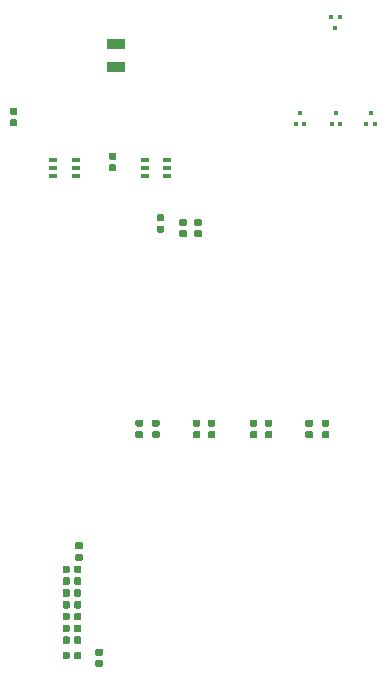
<source format=gbp>
G04 #@! TF.GenerationSoftware,KiCad,Pcbnew,6.0.0-rc1-unknown-f1b2855~84~ubuntu16.04.1*
G04 #@! TF.CreationDate,2018-10-23T11:27:57+08:00*
G04 #@! TF.ProjectId,ovc2_mobo,6F7663325F6D6F626F2E6B696361645F,rev?*
G04 #@! TF.SameCoordinates,Original*
G04 #@! TF.FileFunction,Paste,Bot*
G04 #@! TF.FilePolarity,Positive*
%FSLAX46Y46*%
G04 Gerber Fmt 4.6, Leading zero omitted, Abs format (unit mm)*
G04 Created by KiCad (PCBNEW 6.0.0-rc1-unknown-f1b2855~84~ubuntu16.04.1) date Tue 23 Oct 2018 11:27:57 AM +08*
%MOMM*%
%LPD*%
G01*
G04 APERTURE LIST*
%ADD10C,0.100000*%
%ADD11C,0.590000*%
%ADD12R,0.650000X0.400000*%
%ADD13R,1.500000X0.970000*%
%ADD14R,0.300000X0.300000*%
G04 APERTURE END LIST*
D10*
G04 #@! TO.C,R32*
G36*
X107646958Y-111180710D02*
X107661276Y-111182834D01*
X107675317Y-111186351D01*
X107688946Y-111191228D01*
X107702031Y-111197417D01*
X107714447Y-111204858D01*
X107726073Y-111213481D01*
X107736798Y-111223202D01*
X107746519Y-111233927D01*
X107755142Y-111245553D01*
X107762583Y-111257969D01*
X107768772Y-111271054D01*
X107773649Y-111284683D01*
X107777166Y-111298724D01*
X107779290Y-111313042D01*
X107780000Y-111327500D01*
X107780000Y-111672500D01*
X107779290Y-111686958D01*
X107777166Y-111701276D01*
X107773649Y-111715317D01*
X107768772Y-111728946D01*
X107762583Y-111742031D01*
X107755142Y-111754447D01*
X107746519Y-111766073D01*
X107736798Y-111776798D01*
X107726073Y-111786519D01*
X107714447Y-111795142D01*
X107702031Y-111802583D01*
X107688946Y-111808772D01*
X107675317Y-111813649D01*
X107661276Y-111817166D01*
X107646958Y-111819290D01*
X107632500Y-111820000D01*
X107337500Y-111820000D01*
X107323042Y-111819290D01*
X107308724Y-111817166D01*
X107294683Y-111813649D01*
X107281054Y-111808772D01*
X107267969Y-111802583D01*
X107255553Y-111795142D01*
X107243927Y-111786519D01*
X107233202Y-111776798D01*
X107223481Y-111766073D01*
X107214858Y-111754447D01*
X107207417Y-111742031D01*
X107201228Y-111728946D01*
X107196351Y-111715317D01*
X107192834Y-111701276D01*
X107190710Y-111686958D01*
X107190000Y-111672500D01*
X107190000Y-111327500D01*
X107190710Y-111313042D01*
X107192834Y-111298724D01*
X107196351Y-111284683D01*
X107201228Y-111271054D01*
X107207417Y-111257969D01*
X107214858Y-111245553D01*
X107223481Y-111233927D01*
X107233202Y-111223202D01*
X107243927Y-111213481D01*
X107255553Y-111204858D01*
X107267969Y-111197417D01*
X107281054Y-111191228D01*
X107294683Y-111186351D01*
X107308724Y-111182834D01*
X107323042Y-111180710D01*
X107337500Y-111180000D01*
X107632500Y-111180000D01*
X107646958Y-111180710D01*
X107646958Y-111180710D01*
G37*
D11*
X107485000Y-111500000D03*
D10*
G36*
X106676958Y-111180710D02*
X106691276Y-111182834D01*
X106705317Y-111186351D01*
X106718946Y-111191228D01*
X106732031Y-111197417D01*
X106744447Y-111204858D01*
X106756073Y-111213481D01*
X106766798Y-111223202D01*
X106776519Y-111233927D01*
X106785142Y-111245553D01*
X106792583Y-111257969D01*
X106798772Y-111271054D01*
X106803649Y-111284683D01*
X106807166Y-111298724D01*
X106809290Y-111313042D01*
X106810000Y-111327500D01*
X106810000Y-111672500D01*
X106809290Y-111686958D01*
X106807166Y-111701276D01*
X106803649Y-111715317D01*
X106798772Y-111728946D01*
X106792583Y-111742031D01*
X106785142Y-111754447D01*
X106776519Y-111766073D01*
X106766798Y-111776798D01*
X106756073Y-111786519D01*
X106744447Y-111795142D01*
X106732031Y-111802583D01*
X106718946Y-111808772D01*
X106705317Y-111813649D01*
X106691276Y-111817166D01*
X106676958Y-111819290D01*
X106662500Y-111820000D01*
X106367500Y-111820000D01*
X106353042Y-111819290D01*
X106338724Y-111817166D01*
X106324683Y-111813649D01*
X106311054Y-111808772D01*
X106297969Y-111802583D01*
X106285553Y-111795142D01*
X106273927Y-111786519D01*
X106263202Y-111776798D01*
X106253481Y-111766073D01*
X106244858Y-111754447D01*
X106237417Y-111742031D01*
X106231228Y-111728946D01*
X106226351Y-111715317D01*
X106222834Y-111701276D01*
X106220710Y-111686958D01*
X106220000Y-111672500D01*
X106220000Y-111327500D01*
X106220710Y-111313042D01*
X106222834Y-111298724D01*
X106226351Y-111284683D01*
X106231228Y-111271054D01*
X106237417Y-111257969D01*
X106244858Y-111245553D01*
X106253481Y-111233927D01*
X106263202Y-111223202D01*
X106273927Y-111213481D01*
X106285553Y-111204858D01*
X106297969Y-111197417D01*
X106311054Y-111191228D01*
X106324683Y-111186351D01*
X106338724Y-111182834D01*
X106353042Y-111180710D01*
X106367500Y-111180000D01*
X106662500Y-111180000D01*
X106676958Y-111180710D01*
X106676958Y-111180710D01*
G37*
D11*
X106515000Y-111500000D03*
G04 #@! TD*
D10*
G04 #@! TO.C,R31*
G36*
X107646958Y-112180710D02*
X107661276Y-112182834D01*
X107675317Y-112186351D01*
X107688946Y-112191228D01*
X107702031Y-112197417D01*
X107714447Y-112204858D01*
X107726073Y-112213481D01*
X107736798Y-112223202D01*
X107746519Y-112233927D01*
X107755142Y-112245553D01*
X107762583Y-112257969D01*
X107768772Y-112271054D01*
X107773649Y-112284683D01*
X107777166Y-112298724D01*
X107779290Y-112313042D01*
X107780000Y-112327500D01*
X107780000Y-112672500D01*
X107779290Y-112686958D01*
X107777166Y-112701276D01*
X107773649Y-112715317D01*
X107768772Y-112728946D01*
X107762583Y-112742031D01*
X107755142Y-112754447D01*
X107746519Y-112766073D01*
X107736798Y-112776798D01*
X107726073Y-112786519D01*
X107714447Y-112795142D01*
X107702031Y-112802583D01*
X107688946Y-112808772D01*
X107675317Y-112813649D01*
X107661276Y-112817166D01*
X107646958Y-112819290D01*
X107632500Y-112820000D01*
X107337500Y-112820000D01*
X107323042Y-112819290D01*
X107308724Y-112817166D01*
X107294683Y-112813649D01*
X107281054Y-112808772D01*
X107267969Y-112802583D01*
X107255553Y-112795142D01*
X107243927Y-112786519D01*
X107233202Y-112776798D01*
X107223481Y-112766073D01*
X107214858Y-112754447D01*
X107207417Y-112742031D01*
X107201228Y-112728946D01*
X107196351Y-112715317D01*
X107192834Y-112701276D01*
X107190710Y-112686958D01*
X107190000Y-112672500D01*
X107190000Y-112327500D01*
X107190710Y-112313042D01*
X107192834Y-112298724D01*
X107196351Y-112284683D01*
X107201228Y-112271054D01*
X107207417Y-112257969D01*
X107214858Y-112245553D01*
X107223481Y-112233927D01*
X107233202Y-112223202D01*
X107243927Y-112213481D01*
X107255553Y-112204858D01*
X107267969Y-112197417D01*
X107281054Y-112191228D01*
X107294683Y-112186351D01*
X107308724Y-112182834D01*
X107323042Y-112180710D01*
X107337500Y-112180000D01*
X107632500Y-112180000D01*
X107646958Y-112180710D01*
X107646958Y-112180710D01*
G37*
D11*
X107485000Y-112500000D03*
D10*
G36*
X106676958Y-112180710D02*
X106691276Y-112182834D01*
X106705317Y-112186351D01*
X106718946Y-112191228D01*
X106732031Y-112197417D01*
X106744447Y-112204858D01*
X106756073Y-112213481D01*
X106766798Y-112223202D01*
X106776519Y-112233927D01*
X106785142Y-112245553D01*
X106792583Y-112257969D01*
X106798772Y-112271054D01*
X106803649Y-112284683D01*
X106807166Y-112298724D01*
X106809290Y-112313042D01*
X106810000Y-112327500D01*
X106810000Y-112672500D01*
X106809290Y-112686958D01*
X106807166Y-112701276D01*
X106803649Y-112715317D01*
X106798772Y-112728946D01*
X106792583Y-112742031D01*
X106785142Y-112754447D01*
X106776519Y-112766073D01*
X106766798Y-112776798D01*
X106756073Y-112786519D01*
X106744447Y-112795142D01*
X106732031Y-112802583D01*
X106718946Y-112808772D01*
X106705317Y-112813649D01*
X106691276Y-112817166D01*
X106676958Y-112819290D01*
X106662500Y-112820000D01*
X106367500Y-112820000D01*
X106353042Y-112819290D01*
X106338724Y-112817166D01*
X106324683Y-112813649D01*
X106311054Y-112808772D01*
X106297969Y-112802583D01*
X106285553Y-112795142D01*
X106273927Y-112786519D01*
X106263202Y-112776798D01*
X106253481Y-112766073D01*
X106244858Y-112754447D01*
X106237417Y-112742031D01*
X106231228Y-112728946D01*
X106226351Y-112715317D01*
X106222834Y-112701276D01*
X106220710Y-112686958D01*
X106220000Y-112672500D01*
X106220000Y-112327500D01*
X106220710Y-112313042D01*
X106222834Y-112298724D01*
X106226351Y-112284683D01*
X106231228Y-112271054D01*
X106237417Y-112257969D01*
X106244858Y-112245553D01*
X106253481Y-112233927D01*
X106263202Y-112223202D01*
X106273927Y-112213481D01*
X106285553Y-112204858D01*
X106297969Y-112197417D01*
X106311054Y-112191228D01*
X106324683Y-112186351D01*
X106338724Y-112182834D01*
X106353042Y-112180710D01*
X106367500Y-112180000D01*
X106662500Y-112180000D01*
X106676958Y-112180710D01*
X106676958Y-112180710D01*
G37*
D11*
X106515000Y-112500000D03*
G04 #@! TD*
D10*
G04 #@! TO.C,R30*
G36*
X107646958Y-113180710D02*
X107661276Y-113182834D01*
X107675317Y-113186351D01*
X107688946Y-113191228D01*
X107702031Y-113197417D01*
X107714447Y-113204858D01*
X107726073Y-113213481D01*
X107736798Y-113223202D01*
X107746519Y-113233927D01*
X107755142Y-113245553D01*
X107762583Y-113257969D01*
X107768772Y-113271054D01*
X107773649Y-113284683D01*
X107777166Y-113298724D01*
X107779290Y-113313042D01*
X107780000Y-113327500D01*
X107780000Y-113672500D01*
X107779290Y-113686958D01*
X107777166Y-113701276D01*
X107773649Y-113715317D01*
X107768772Y-113728946D01*
X107762583Y-113742031D01*
X107755142Y-113754447D01*
X107746519Y-113766073D01*
X107736798Y-113776798D01*
X107726073Y-113786519D01*
X107714447Y-113795142D01*
X107702031Y-113802583D01*
X107688946Y-113808772D01*
X107675317Y-113813649D01*
X107661276Y-113817166D01*
X107646958Y-113819290D01*
X107632500Y-113820000D01*
X107337500Y-113820000D01*
X107323042Y-113819290D01*
X107308724Y-113817166D01*
X107294683Y-113813649D01*
X107281054Y-113808772D01*
X107267969Y-113802583D01*
X107255553Y-113795142D01*
X107243927Y-113786519D01*
X107233202Y-113776798D01*
X107223481Y-113766073D01*
X107214858Y-113754447D01*
X107207417Y-113742031D01*
X107201228Y-113728946D01*
X107196351Y-113715317D01*
X107192834Y-113701276D01*
X107190710Y-113686958D01*
X107190000Y-113672500D01*
X107190000Y-113327500D01*
X107190710Y-113313042D01*
X107192834Y-113298724D01*
X107196351Y-113284683D01*
X107201228Y-113271054D01*
X107207417Y-113257969D01*
X107214858Y-113245553D01*
X107223481Y-113233927D01*
X107233202Y-113223202D01*
X107243927Y-113213481D01*
X107255553Y-113204858D01*
X107267969Y-113197417D01*
X107281054Y-113191228D01*
X107294683Y-113186351D01*
X107308724Y-113182834D01*
X107323042Y-113180710D01*
X107337500Y-113180000D01*
X107632500Y-113180000D01*
X107646958Y-113180710D01*
X107646958Y-113180710D01*
G37*
D11*
X107485000Y-113500000D03*
D10*
G36*
X106676958Y-113180710D02*
X106691276Y-113182834D01*
X106705317Y-113186351D01*
X106718946Y-113191228D01*
X106732031Y-113197417D01*
X106744447Y-113204858D01*
X106756073Y-113213481D01*
X106766798Y-113223202D01*
X106776519Y-113233927D01*
X106785142Y-113245553D01*
X106792583Y-113257969D01*
X106798772Y-113271054D01*
X106803649Y-113284683D01*
X106807166Y-113298724D01*
X106809290Y-113313042D01*
X106810000Y-113327500D01*
X106810000Y-113672500D01*
X106809290Y-113686958D01*
X106807166Y-113701276D01*
X106803649Y-113715317D01*
X106798772Y-113728946D01*
X106792583Y-113742031D01*
X106785142Y-113754447D01*
X106776519Y-113766073D01*
X106766798Y-113776798D01*
X106756073Y-113786519D01*
X106744447Y-113795142D01*
X106732031Y-113802583D01*
X106718946Y-113808772D01*
X106705317Y-113813649D01*
X106691276Y-113817166D01*
X106676958Y-113819290D01*
X106662500Y-113820000D01*
X106367500Y-113820000D01*
X106353042Y-113819290D01*
X106338724Y-113817166D01*
X106324683Y-113813649D01*
X106311054Y-113808772D01*
X106297969Y-113802583D01*
X106285553Y-113795142D01*
X106273927Y-113786519D01*
X106263202Y-113776798D01*
X106253481Y-113766073D01*
X106244858Y-113754447D01*
X106237417Y-113742031D01*
X106231228Y-113728946D01*
X106226351Y-113715317D01*
X106222834Y-113701276D01*
X106220710Y-113686958D01*
X106220000Y-113672500D01*
X106220000Y-113327500D01*
X106220710Y-113313042D01*
X106222834Y-113298724D01*
X106226351Y-113284683D01*
X106231228Y-113271054D01*
X106237417Y-113257969D01*
X106244858Y-113245553D01*
X106253481Y-113233927D01*
X106263202Y-113223202D01*
X106273927Y-113213481D01*
X106285553Y-113204858D01*
X106297969Y-113197417D01*
X106311054Y-113191228D01*
X106324683Y-113186351D01*
X106338724Y-113182834D01*
X106353042Y-113180710D01*
X106367500Y-113180000D01*
X106662500Y-113180000D01*
X106676958Y-113180710D01*
X106676958Y-113180710D01*
G37*
D11*
X106515000Y-113500000D03*
G04 #@! TD*
D10*
G04 #@! TO.C,R29*
G36*
X107646958Y-114180710D02*
X107661276Y-114182834D01*
X107675317Y-114186351D01*
X107688946Y-114191228D01*
X107702031Y-114197417D01*
X107714447Y-114204858D01*
X107726073Y-114213481D01*
X107736798Y-114223202D01*
X107746519Y-114233927D01*
X107755142Y-114245553D01*
X107762583Y-114257969D01*
X107768772Y-114271054D01*
X107773649Y-114284683D01*
X107777166Y-114298724D01*
X107779290Y-114313042D01*
X107780000Y-114327500D01*
X107780000Y-114672500D01*
X107779290Y-114686958D01*
X107777166Y-114701276D01*
X107773649Y-114715317D01*
X107768772Y-114728946D01*
X107762583Y-114742031D01*
X107755142Y-114754447D01*
X107746519Y-114766073D01*
X107736798Y-114776798D01*
X107726073Y-114786519D01*
X107714447Y-114795142D01*
X107702031Y-114802583D01*
X107688946Y-114808772D01*
X107675317Y-114813649D01*
X107661276Y-114817166D01*
X107646958Y-114819290D01*
X107632500Y-114820000D01*
X107337500Y-114820000D01*
X107323042Y-114819290D01*
X107308724Y-114817166D01*
X107294683Y-114813649D01*
X107281054Y-114808772D01*
X107267969Y-114802583D01*
X107255553Y-114795142D01*
X107243927Y-114786519D01*
X107233202Y-114776798D01*
X107223481Y-114766073D01*
X107214858Y-114754447D01*
X107207417Y-114742031D01*
X107201228Y-114728946D01*
X107196351Y-114715317D01*
X107192834Y-114701276D01*
X107190710Y-114686958D01*
X107190000Y-114672500D01*
X107190000Y-114327500D01*
X107190710Y-114313042D01*
X107192834Y-114298724D01*
X107196351Y-114284683D01*
X107201228Y-114271054D01*
X107207417Y-114257969D01*
X107214858Y-114245553D01*
X107223481Y-114233927D01*
X107233202Y-114223202D01*
X107243927Y-114213481D01*
X107255553Y-114204858D01*
X107267969Y-114197417D01*
X107281054Y-114191228D01*
X107294683Y-114186351D01*
X107308724Y-114182834D01*
X107323042Y-114180710D01*
X107337500Y-114180000D01*
X107632500Y-114180000D01*
X107646958Y-114180710D01*
X107646958Y-114180710D01*
G37*
D11*
X107485000Y-114500000D03*
D10*
G36*
X106676958Y-114180710D02*
X106691276Y-114182834D01*
X106705317Y-114186351D01*
X106718946Y-114191228D01*
X106732031Y-114197417D01*
X106744447Y-114204858D01*
X106756073Y-114213481D01*
X106766798Y-114223202D01*
X106776519Y-114233927D01*
X106785142Y-114245553D01*
X106792583Y-114257969D01*
X106798772Y-114271054D01*
X106803649Y-114284683D01*
X106807166Y-114298724D01*
X106809290Y-114313042D01*
X106810000Y-114327500D01*
X106810000Y-114672500D01*
X106809290Y-114686958D01*
X106807166Y-114701276D01*
X106803649Y-114715317D01*
X106798772Y-114728946D01*
X106792583Y-114742031D01*
X106785142Y-114754447D01*
X106776519Y-114766073D01*
X106766798Y-114776798D01*
X106756073Y-114786519D01*
X106744447Y-114795142D01*
X106732031Y-114802583D01*
X106718946Y-114808772D01*
X106705317Y-114813649D01*
X106691276Y-114817166D01*
X106676958Y-114819290D01*
X106662500Y-114820000D01*
X106367500Y-114820000D01*
X106353042Y-114819290D01*
X106338724Y-114817166D01*
X106324683Y-114813649D01*
X106311054Y-114808772D01*
X106297969Y-114802583D01*
X106285553Y-114795142D01*
X106273927Y-114786519D01*
X106263202Y-114776798D01*
X106253481Y-114766073D01*
X106244858Y-114754447D01*
X106237417Y-114742031D01*
X106231228Y-114728946D01*
X106226351Y-114715317D01*
X106222834Y-114701276D01*
X106220710Y-114686958D01*
X106220000Y-114672500D01*
X106220000Y-114327500D01*
X106220710Y-114313042D01*
X106222834Y-114298724D01*
X106226351Y-114284683D01*
X106231228Y-114271054D01*
X106237417Y-114257969D01*
X106244858Y-114245553D01*
X106253481Y-114233927D01*
X106263202Y-114223202D01*
X106273927Y-114213481D01*
X106285553Y-114204858D01*
X106297969Y-114197417D01*
X106311054Y-114191228D01*
X106324683Y-114186351D01*
X106338724Y-114182834D01*
X106353042Y-114180710D01*
X106367500Y-114180000D01*
X106662500Y-114180000D01*
X106676958Y-114180710D01*
X106676958Y-114180710D01*
G37*
D11*
X106515000Y-114500000D03*
G04 #@! TD*
D10*
G04 #@! TO.C,R28*
G36*
X107646958Y-115180710D02*
X107661276Y-115182834D01*
X107675317Y-115186351D01*
X107688946Y-115191228D01*
X107702031Y-115197417D01*
X107714447Y-115204858D01*
X107726073Y-115213481D01*
X107736798Y-115223202D01*
X107746519Y-115233927D01*
X107755142Y-115245553D01*
X107762583Y-115257969D01*
X107768772Y-115271054D01*
X107773649Y-115284683D01*
X107777166Y-115298724D01*
X107779290Y-115313042D01*
X107780000Y-115327500D01*
X107780000Y-115672500D01*
X107779290Y-115686958D01*
X107777166Y-115701276D01*
X107773649Y-115715317D01*
X107768772Y-115728946D01*
X107762583Y-115742031D01*
X107755142Y-115754447D01*
X107746519Y-115766073D01*
X107736798Y-115776798D01*
X107726073Y-115786519D01*
X107714447Y-115795142D01*
X107702031Y-115802583D01*
X107688946Y-115808772D01*
X107675317Y-115813649D01*
X107661276Y-115817166D01*
X107646958Y-115819290D01*
X107632500Y-115820000D01*
X107337500Y-115820000D01*
X107323042Y-115819290D01*
X107308724Y-115817166D01*
X107294683Y-115813649D01*
X107281054Y-115808772D01*
X107267969Y-115802583D01*
X107255553Y-115795142D01*
X107243927Y-115786519D01*
X107233202Y-115776798D01*
X107223481Y-115766073D01*
X107214858Y-115754447D01*
X107207417Y-115742031D01*
X107201228Y-115728946D01*
X107196351Y-115715317D01*
X107192834Y-115701276D01*
X107190710Y-115686958D01*
X107190000Y-115672500D01*
X107190000Y-115327500D01*
X107190710Y-115313042D01*
X107192834Y-115298724D01*
X107196351Y-115284683D01*
X107201228Y-115271054D01*
X107207417Y-115257969D01*
X107214858Y-115245553D01*
X107223481Y-115233927D01*
X107233202Y-115223202D01*
X107243927Y-115213481D01*
X107255553Y-115204858D01*
X107267969Y-115197417D01*
X107281054Y-115191228D01*
X107294683Y-115186351D01*
X107308724Y-115182834D01*
X107323042Y-115180710D01*
X107337500Y-115180000D01*
X107632500Y-115180000D01*
X107646958Y-115180710D01*
X107646958Y-115180710D01*
G37*
D11*
X107485000Y-115500000D03*
D10*
G36*
X106676958Y-115180710D02*
X106691276Y-115182834D01*
X106705317Y-115186351D01*
X106718946Y-115191228D01*
X106732031Y-115197417D01*
X106744447Y-115204858D01*
X106756073Y-115213481D01*
X106766798Y-115223202D01*
X106776519Y-115233927D01*
X106785142Y-115245553D01*
X106792583Y-115257969D01*
X106798772Y-115271054D01*
X106803649Y-115284683D01*
X106807166Y-115298724D01*
X106809290Y-115313042D01*
X106810000Y-115327500D01*
X106810000Y-115672500D01*
X106809290Y-115686958D01*
X106807166Y-115701276D01*
X106803649Y-115715317D01*
X106798772Y-115728946D01*
X106792583Y-115742031D01*
X106785142Y-115754447D01*
X106776519Y-115766073D01*
X106766798Y-115776798D01*
X106756073Y-115786519D01*
X106744447Y-115795142D01*
X106732031Y-115802583D01*
X106718946Y-115808772D01*
X106705317Y-115813649D01*
X106691276Y-115817166D01*
X106676958Y-115819290D01*
X106662500Y-115820000D01*
X106367500Y-115820000D01*
X106353042Y-115819290D01*
X106338724Y-115817166D01*
X106324683Y-115813649D01*
X106311054Y-115808772D01*
X106297969Y-115802583D01*
X106285553Y-115795142D01*
X106273927Y-115786519D01*
X106263202Y-115776798D01*
X106253481Y-115766073D01*
X106244858Y-115754447D01*
X106237417Y-115742031D01*
X106231228Y-115728946D01*
X106226351Y-115715317D01*
X106222834Y-115701276D01*
X106220710Y-115686958D01*
X106220000Y-115672500D01*
X106220000Y-115327500D01*
X106220710Y-115313042D01*
X106222834Y-115298724D01*
X106226351Y-115284683D01*
X106231228Y-115271054D01*
X106237417Y-115257969D01*
X106244858Y-115245553D01*
X106253481Y-115233927D01*
X106263202Y-115223202D01*
X106273927Y-115213481D01*
X106285553Y-115204858D01*
X106297969Y-115197417D01*
X106311054Y-115191228D01*
X106324683Y-115186351D01*
X106338724Y-115182834D01*
X106353042Y-115180710D01*
X106367500Y-115180000D01*
X106662500Y-115180000D01*
X106676958Y-115180710D01*
X106676958Y-115180710D01*
G37*
D11*
X106515000Y-115500000D03*
G04 #@! TD*
D10*
G04 #@! TO.C,R27*
G36*
X107646958Y-116180710D02*
X107661276Y-116182834D01*
X107675317Y-116186351D01*
X107688946Y-116191228D01*
X107702031Y-116197417D01*
X107714447Y-116204858D01*
X107726073Y-116213481D01*
X107736798Y-116223202D01*
X107746519Y-116233927D01*
X107755142Y-116245553D01*
X107762583Y-116257969D01*
X107768772Y-116271054D01*
X107773649Y-116284683D01*
X107777166Y-116298724D01*
X107779290Y-116313042D01*
X107780000Y-116327500D01*
X107780000Y-116672500D01*
X107779290Y-116686958D01*
X107777166Y-116701276D01*
X107773649Y-116715317D01*
X107768772Y-116728946D01*
X107762583Y-116742031D01*
X107755142Y-116754447D01*
X107746519Y-116766073D01*
X107736798Y-116776798D01*
X107726073Y-116786519D01*
X107714447Y-116795142D01*
X107702031Y-116802583D01*
X107688946Y-116808772D01*
X107675317Y-116813649D01*
X107661276Y-116817166D01*
X107646958Y-116819290D01*
X107632500Y-116820000D01*
X107337500Y-116820000D01*
X107323042Y-116819290D01*
X107308724Y-116817166D01*
X107294683Y-116813649D01*
X107281054Y-116808772D01*
X107267969Y-116802583D01*
X107255553Y-116795142D01*
X107243927Y-116786519D01*
X107233202Y-116776798D01*
X107223481Y-116766073D01*
X107214858Y-116754447D01*
X107207417Y-116742031D01*
X107201228Y-116728946D01*
X107196351Y-116715317D01*
X107192834Y-116701276D01*
X107190710Y-116686958D01*
X107190000Y-116672500D01*
X107190000Y-116327500D01*
X107190710Y-116313042D01*
X107192834Y-116298724D01*
X107196351Y-116284683D01*
X107201228Y-116271054D01*
X107207417Y-116257969D01*
X107214858Y-116245553D01*
X107223481Y-116233927D01*
X107233202Y-116223202D01*
X107243927Y-116213481D01*
X107255553Y-116204858D01*
X107267969Y-116197417D01*
X107281054Y-116191228D01*
X107294683Y-116186351D01*
X107308724Y-116182834D01*
X107323042Y-116180710D01*
X107337500Y-116180000D01*
X107632500Y-116180000D01*
X107646958Y-116180710D01*
X107646958Y-116180710D01*
G37*
D11*
X107485000Y-116500000D03*
D10*
G36*
X106676958Y-116180710D02*
X106691276Y-116182834D01*
X106705317Y-116186351D01*
X106718946Y-116191228D01*
X106732031Y-116197417D01*
X106744447Y-116204858D01*
X106756073Y-116213481D01*
X106766798Y-116223202D01*
X106776519Y-116233927D01*
X106785142Y-116245553D01*
X106792583Y-116257969D01*
X106798772Y-116271054D01*
X106803649Y-116284683D01*
X106807166Y-116298724D01*
X106809290Y-116313042D01*
X106810000Y-116327500D01*
X106810000Y-116672500D01*
X106809290Y-116686958D01*
X106807166Y-116701276D01*
X106803649Y-116715317D01*
X106798772Y-116728946D01*
X106792583Y-116742031D01*
X106785142Y-116754447D01*
X106776519Y-116766073D01*
X106766798Y-116776798D01*
X106756073Y-116786519D01*
X106744447Y-116795142D01*
X106732031Y-116802583D01*
X106718946Y-116808772D01*
X106705317Y-116813649D01*
X106691276Y-116817166D01*
X106676958Y-116819290D01*
X106662500Y-116820000D01*
X106367500Y-116820000D01*
X106353042Y-116819290D01*
X106338724Y-116817166D01*
X106324683Y-116813649D01*
X106311054Y-116808772D01*
X106297969Y-116802583D01*
X106285553Y-116795142D01*
X106273927Y-116786519D01*
X106263202Y-116776798D01*
X106253481Y-116766073D01*
X106244858Y-116754447D01*
X106237417Y-116742031D01*
X106231228Y-116728946D01*
X106226351Y-116715317D01*
X106222834Y-116701276D01*
X106220710Y-116686958D01*
X106220000Y-116672500D01*
X106220000Y-116327500D01*
X106220710Y-116313042D01*
X106222834Y-116298724D01*
X106226351Y-116284683D01*
X106231228Y-116271054D01*
X106237417Y-116257969D01*
X106244858Y-116245553D01*
X106253481Y-116233927D01*
X106263202Y-116223202D01*
X106273927Y-116213481D01*
X106285553Y-116204858D01*
X106297969Y-116197417D01*
X106311054Y-116191228D01*
X106324683Y-116186351D01*
X106338724Y-116182834D01*
X106353042Y-116180710D01*
X106367500Y-116180000D01*
X106662500Y-116180000D01*
X106676958Y-116180710D01*
X106676958Y-116180710D01*
G37*
D11*
X106515000Y-116500000D03*
G04 #@! TD*
D10*
G04 #@! TO.C,R10*
G36*
X107646958Y-117180710D02*
X107661276Y-117182834D01*
X107675317Y-117186351D01*
X107688946Y-117191228D01*
X107702031Y-117197417D01*
X107714447Y-117204858D01*
X107726073Y-117213481D01*
X107736798Y-117223202D01*
X107746519Y-117233927D01*
X107755142Y-117245553D01*
X107762583Y-117257969D01*
X107768772Y-117271054D01*
X107773649Y-117284683D01*
X107777166Y-117298724D01*
X107779290Y-117313042D01*
X107780000Y-117327500D01*
X107780000Y-117672500D01*
X107779290Y-117686958D01*
X107777166Y-117701276D01*
X107773649Y-117715317D01*
X107768772Y-117728946D01*
X107762583Y-117742031D01*
X107755142Y-117754447D01*
X107746519Y-117766073D01*
X107736798Y-117776798D01*
X107726073Y-117786519D01*
X107714447Y-117795142D01*
X107702031Y-117802583D01*
X107688946Y-117808772D01*
X107675317Y-117813649D01*
X107661276Y-117817166D01*
X107646958Y-117819290D01*
X107632500Y-117820000D01*
X107337500Y-117820000D01*
X107323042Y-117819290D01*
X107308724Y-117817166D01*
X107294683Y-117813649D01*
X107281054Y-117808772D01*
X107267969Y-117802583D01*
X107255553Y-117795142D01*
X107243927Y-117786519D01*
X107233202Y-117776798D01*
X107223481Y-117766073D01*
X107214858Y-117754447D01*
X107207417Y-117742031D01*
X107201228Y-117728946D01*
X107196351Y-117715317D01*
X107192834Y-117701276D01*
X107190710Y-117686958D01*
X107190000Y-117672500D01*
X107190000Y-117327500D01*
X107190710Y-117313042D01*
X107192834Y-117298724D01*
X107196351Y-117284683D01*
X107201228Y-117271054D01*
X107207417Y-117257969D01*
X107214858Y-117245553D01*
X107223481Y-117233927D01*
X107233202Y-117223202D01*
X107243927Y-117213481D01*
X107255553Y-117204858D01*
X107267969Y-117197417D01*
X107281054Y-117191228D01*
X107294683Y-117186351D01*
X107308724Y-117182834D01*
X107323042Y-117180710D01*
X107337500Y-117180000D01*
X107632500Y-117180000D01*
X107646958Y-117180710D01*
X107646958Y-117180710D01*
G37*
D11*
X107485000Y-117500000D03*
D10*
G36*
X106676958Y-117180710D02*
X106691276Y-117182834D01*
X106705317Y-117186351D01*
X106718946Y-117191228D01*
X106732031Y-117197417D01*
X106744447Y-117204858D01*
X106756073Y-117213481D01*
X106766798Y-117223202D01*
X106776519Y-117233927D01*
X106785142Y-117245553D01*
X106792583Y-117257969D01*
X106798772Y-117271054D01*
X106803649Y-117284683D01*
X106807166Y-117298724D01*
X106809290Y-117313042D01*
X106810000Y-117327500D01*
X106810000Y-117672500D01*
X106809290Y-117686958D01*
X106807166Y-117701276D01*
X106803649Y-117715317D01*
X106798772Y-117728946D01*
X106792583Y-117742031D01*
X106785142Y-117754447D01*
X106776519Y-117766073D01*
X106766798Y-117776798D01*
X106756073Y-117786519D01*
X106744447Y-117795142D01*
X106732031Y-117802583D01*
X106718946Y-117808772D01*
X106705317Y-117813649D01*
X106691276Y-117817166D01*
X106676958Y-117819290D01*
X106662500Y-117820000D01*
X106367500Y-117820000D01*
X106353042Y-117819290D01*
X106338724Y-117817166D01*
X106324683Y-117813649D01*
X106311054Y-117808772D01*
X106297969Y-117802583D01*
X106285553Y-117795142D01*
X106273927Y-117786519D01*
X106263202Y-117776798D01*
X106253481Y-117766073D01*
X106244858Y-117754447D01*
X106237417Y-117742031D01*
X106231228Y-117728946D01*
X106226351Y-117715317D01*
X106222834Y-117701276D01*
X106220710Y-117686958D01*
X106220000Y-117672500D01*
X106220000Y-117327500D01*
X106220710Y-117313042D01*
X106222834Y-117298724D01*
X106226351Y-117284683D01*
X106231228Y-117271054D01*
X106237417Y-117257969D01*
X106244858Y-117245553D01*
X106253481Y-117233927D01*
X106263202Y-117223202D01*
X106273927Y-117213481D01*
X106285553Y-117204858D01*
X106297969Y-117197417D01*
X106311054Y-117191228D01*
X106324683Y-117186351D01*
X106338724Y-117182834D01*
X106353042Y-117180710D01*
X106367500Y-117180000D01*
X106662500Y-117180000D01*
X106676958Y-117180710D01*
X106676958Y-117180710D01*
G37*
D11*
X106515000Y-117500000D03*
G04 #@! TD*
D10*
G04 #@! TO.C,R9*
G36*
X106676958Y-118480710D02*
X106691276Y-118482834D01*
X106705317Y-118486351D01*
X106718946Y-118491228D01*
X106732031Y-118497417D01*
X106744447Y-118504858D01*
X106756073Y-118513481D01*
X106766798Y-118523202D01*
X106776519Y-118533927D01*
X106785142Y-118545553D01*
X106792583Y-118557969D01*
X106798772Y-118571054D01*
X106803649Y-118584683D01*
X106807166Y-118598724D01*
X106809290Y-118613042D01*
X106810000Y-118627500D01*
X106810000Y-118972500D01*
X106809290Y-118986958D01*
X106807166Y-119001276D01*
X106803649Y-119015317D01*
X106798772Y-119028946D01*
X106792583Y-119042031D01*
X106785142Y-119054447D01*
X106776519Y-119066073D01*
X106766798Y-119076798D01*
X106756073Y-119086519D01*
X106744447Y-119095142D01*
X106732031Y-119102583D01*
X106718946Y-119108772D01*
X106705317Y-119113649D01*
X106691276Y-119117166D01*
X106676958Y-119119290D01*
X106662500Y-119120000D01*
X106367500Y-119120000D01*
X106353042Y-119119290D01*
X106338724Y-119117166D01*
X106324683Y-119113649D01*
X106311054Y-119108772D01*
X106297969Y-119102583D01*
X106285553Y-119095142D01*
X106273927Y-119086519D01*
X106263202Y-119076798D01*
X106253481Y-119066073D01*
X106244858Y-119054447D01*
X106237417Y-119042031D01*
X106231228Y-119028946D01*
X106226351Y-119015317D01*
X106222834Y-119001276D01*
X106220710Y-118986958D01*
X106220000Y-118972500D01*
X106220000Y-118627500D01*
X106220710Y-118613042D01*
X106222834Y-118598724D01*
X106226351Y-118584683D01*
X106231228Y-118571054D01*
X106237417Y-118557969D01*
X106244858Y-118545553D01*
X106253481Y-118533927D01*
X106263202Y-118523202D01*
X106273927Y-118513481D01*
X106285553Y-118504858D01*
X106297969Y-118497417D01*
X106311054Y-118491228D01*
X106324683Y-118486351D01*
X106338724Y-118482834D01*
X106353042Y-118480710D01*
X106367500Y-118480000D01*
X106662500Y-118480000D01*
X106676958Y-118480710D01*
X106676958Y-118480710D01*
G37*
D11*
X106515000Y-118800000D03*
D10*
G36*
X107646958Y-118480710D02*
X107661276Y-118482834D01*
X107675317Y-118486351D01*
X107688946Y-118491228D01*
X107702031Y-118497417D01*
X107714447Y-118504858D01*
X107726073Y-118513481D01*
X107736798Y-118523202D01*
X107746519Y-118533927D01*
X107755142Y-118545553D01*
X107762583Y-118557969D01*
X107768772Y-118571054D01*
X107773649Y-118584683D01*
X107777166Y-118598724D01*
X107779290Y-118613042D01*
X107780000Y-118627500D01*
X107780000Y-118972500D01*
X107779290Y-118986958D01*
X107777166Y-119001276D01*
X107773649Y-119015317D01*
X107768772Y-119028946D01*
X107762583Y-119042031D01*
X107755142Y-119054447D01*
X107746519Y-119066073D01*
X107736798Y-119076798D01*
X107726073Y-119086519D01*
X107714447Y-119095142D01*
X107702031Y-119102583D01*
X107688946Y-119108772D01*
X107675317Y-119113649D01*
X107661276Y-119117166D01*
X107646958Y-119119290D01*
X107632500Y-119120000D01*
X107337500Y-119120000D01*
X107323042Y-119119290D01*
X107308724Y-119117166D01*
X107294683Y-119113649D01*
X107281054Y-119108772D01*
X107267969Y-119102583D01*
X107255553Y-119095142D01*
X107243927Y-119086519D01*
X107233202Y-119076798D01*
X107223481Y-119066073D01*
X107214858Y-119054447D01*
X107207417Y-119042031D01*
X107201228Y-119028946D01*
X107196351Y-119015317D01*
X107192834Y-119001276D01*
X107190710Y-118986958D01*
X107190000Y-118972500D01*
X107190000Y-118627500D01*
X107190710Y-118613042D01*
X107192834Y-118598724D01*
X107196351Y-118584683D01*
X107201228Y-118571054D01*
X107207417Y-118557969D01*
X107214858Y-118545553D01*
X107223481Y-118533927D01*
X107233202Y-118523202D01*
X107243927Y-118513481D01*
X107255553Y-118504858D01*
X107267969Y-118497417D01*
X107281054Y-118491228D01*
X107294683Y-118486351D01*
X107308724Y-118482834D01*
X107323042Y-118480710D01*
X107337500Y-118480000D01*
X107632500Y-118480000D01*
X107646958Y-118480710D01*
X107646958Y-118480710D01*
G37*
D11*
X107485000Y-118800000D03*
G04 #@! TD*
D10*
G04 #@! TO.C,R8*
G36*
X102245958Y-73394710D02*
X102260276Y-73396834D01*
X102274317Y-73400351D01*
X102287946Y-73405228D01*
X102301031Y-73411417D01*
X102313447Y-73418858D01*
X102325073Y-73427481D01*
X102335798Y-73437202D01*
X102345519Y-73447927D01*
X102354142Y-73459553D01*
X102361583Y-73471969D01*
X102367772Y-73485054D01*
X102372649Y-73498683D01*
X102376166Y-73512724D01*
X102378290Y-73527042D01*
X102379000Y-73541500D01*
X102379000Y-73836500D01*
X102378290Y-73850958D01*
X102376166Y-73865276D01*
X102372649Y-73879317D01*
X102367772Y-73892946D01*
X102361583Y-73906031D01*
X102354142Y-73918447D01*
X102345519Y-73930073D01*
X102335798Y-73940798D01*
X102325073Y-73950519D01*
X102313447Y-73959142D01*
X102301031Y-73966583D01*
X102287946Y-73972772D01*
X102274317Y-73977649D01*
X102260276Y-73981166D01*
X102245958Y-73983290D01*
X102231500Y-73984000D01*
X101886500Y-73984000D01*
X101872042Y-73983290D01*
X101857724Y-73981166D01*
X101843683Y-73977649D01*
X101830054Y-73972772D01*
X101816969Y-73966583D01*
X101804553Y-73959142D01*
X101792927Y-73950519D01*
X101782202Y-73940798D01*
X101772481Y-73930073D01*
X101763858Y-73918447D01*
X101756417Y-73906031D01*
X101750228Y-73892946D01*
X101745351Y-73879317D01*
X101741834Y-73865276D01*
X101739710Y-73850958D01*
X101739000Y-73836500D01*
X101739000Y-73541500D01*
X101739710Y-73527042D01*
X101741834Y-73512724D01*
X101745351Y-73498683D01*
X101750228Y-73485054D01*
X101756417Y-73471969D01*
X101763858Y-73459553D01*
X101772481Y-73447927D01*
X101782202Y-73437202D01*
X101792927Y-73427481D01*
X101804553Y-73418858D01*
X101816969Y-73411417D01*
X101830054Y-73405228D01*
X101843683Y-73400351D01*
X101857724Y-73396834D01*
X101872042Y-73394710D01*
X101886500Y-73394000D01*
X102231500Y-73394000D01*
X102245958Y-73394710D01*
X102245958Y-73394710D01*
G37*
D11*
X102059000Y-73689000D03*
D10*
G36*
X102245958Y-72424710D02*
X102260276Y-72426834D01*
X102274317Y-72430351D01*
X102287946Y-72435228D01*
X102301031Y-72441417D01*
X102313447Y-72448858D01*
X102325073Y-72457481D01*
X102335798Y-72467202D01*
X102345519Y-72477927D01*
X102354142Y-72489553D01*
X102361583Y-72501969D01*
X102367772Y-72515054D01*
X102372649Y-72528683D01*
X102376166Y-72542724D01*
X102378290Y-72557042D01*
X102379000Y-72571500D01*
X102379000Y-72866500D01*
X102378290Y-72880958D01*
X102376166Y-72895276D01*
X102372649Y-72909317D01*
X102367772Y-72922946D01*
X102361583Y-72936031D01*
X102354142Y-72948447D01*
X102345519Y-72960073D01*
X102335798Y-72970798D01*
X102325073Y-72980519D01*
X102313447Y-72989142D01*
X102301031Y-72996583D01*
X102287946Y-73002772D01*
X102274317Y-73007649D01*
X102260276Y-73011166D01*
X102245958Y-73013290D01*
X102231500Y-73014000D01*
X101886500Y-73014000D01*
X101872042Y-73013290D01*
X101857724Y-73011166D01*
X101843683Y-73007649D01*
X101830054Y-73002772D01*
X101816969Y-72996583D01*
X101804553Y-72989142D01*
X101792927Y-72980519D01*
X101782202Y-72970798D01*
X101772481Y-72960073D01*
X101763858Y-72948447D01*
X101756417Y-72936031D01*
X101750228Y-72922946D01*
X101745351Y-72909317D01*
X101741834Y-72895276D01*
X101739710Y-72880958D01*
X101739000Y-72866500D01*
X101739000Y-72571500D01*
X101739710Y-72557042D01*
X101741834Y-72542724D01*
X101745351Y-72528683D01*
X101750228Y-72515054D01*
X101756417Y-72501969D01*
X101763858Y-72489553D01*
X101772481Y-72477927D01*
X101782202Y-72467202D01*
X101792927Y-72457481D01*
X101804553Y-72448858D01*
X101816969Y-72441417D01*
X101830054Y-72435228D01*
X101843683Y-72430351D01*
X101857724Y-72426834D01*
X101872042Y-72424710D01*
X101886500Y-72424000D01*
X102231500Y-72424000D01*
X102245958Y-72424710D01*
X102245958Y-72424710D01*
G37*
D11*
X102059000Y-72719000D03*
G04 #@! TD*
D10*
G04 #@! TO.C,R7*
G36*
X114691958Y-82411710D02*
X114706276Y-82413834D01*
X114720317Y-82417351D01*
X114733946Y-82422228D01*
X114747031Y-82428417D01*
X114759447Y-82435858D01*
X114771073Y-82444481D01*
X114781798Y-82454202D01*
X114791519Y-82464927D01*
X114800142Y-82476553D01*
X114807583Y-82488969D01*
X114813772Y-82502054D01*
X114818649Y-82515683D01*
X114822166Y-82529724D01*
X114824290Y-82544042D01*
X114825000Y-82558500D01*
X114825000Y-82853500D01*
X114824290Y-82867958D01*
X114822166Y-82882276D01*
X114818649Y-82896317D01*
X114813772Y-82909946D01*
X114807583Y-82923031D01*
X114800142Y-82935447D01*
X114791519Y-82947073D01*
X114781798Y-82957798D01*
X114771073Y-82967519D01*
X114759447Y-82976142D01*
X114747031Y-82983583D01*
X114733946Y-82989772D01*
X114720317Y-82994649D01*
X114706276Y-82998166D01*
X114691958Y-83000290D01*
X114677500Y-83001000D01*
X114332500Y-83001000D01*
X114318042Y-83000290D01*
X114303724Y-82998166D01*
X114289683Y-82994649D01*
X114276054Y-82989772D01*
X114262969Y-82983583D01*
X114250553Y-82976142D01*
X114238927Y-82967519D01*
X114228202Y-82957798D01*
X114218481Y-82947073D01*
X114209858Y-82935447D01*
X114202417Y-82923031D01*
X114196228Y-82909946D01*
X114191351Y-82896317D01*
X114187834Y-82882276D01*
X114185710Y-82867958D01*
X114185000Y-82853500D01*
X114185000Y-82558500D01*
X114185710Y-82544042D01*
X114187834Y-82529724D01*
X114191351Y-82515683D01*
X114196228Y-82502054D01*
X114202417Y-82488969D01*
X114209858Y-82476553D01*
X114218481Y-82464927D01*
X114228202Y-82454202D01*
X114238927Y-82444481D01*
X114250553Y-82435858D01*
X114262969Y-82428417D01*
X114276054Y-82422228D01*
X114289683Y-82417351D01*
X114303724Y-82413834D01*
X114318042Y-82411710D01*
X114332500Y-82411000D01*
X114677500Y-82411000D01*
X114691958Y-82411710D01*
X114691958Y-82411710D01*
G37*
D11*
X114505000Y-82706000D03*
D10*
G36*
X114691958Y-81441710D02*
X114706276Y-81443834D01*
X114720317Y-81447351D01*
X114733946Y-81452228D01*
X114747031Y-81458417D01*
X114759447Y-81465858D01*
X114771073Y-81474481D01*
X114781798Y-81484202D01*
X114791519Y-81494927D01*
X114800142Y-81506553D01*
X114807583Y-81518969D01*
X114813772Y-81532054D01*
X114818649Y-81545683D01*
X114822166Y-81559724D01*
X114824290Y-81574042D01*
X114825000Y-81588500D01*
X114825000Y-81883500D01*
X114824290Y-81897958D01*
X114822166Y-81912276D01*
X114818649Y-81926317D01*
X114813772Y-81939946D01*
X114807583Y-81953031D01*
X114800142Y-81965447D01*
X114791519Y-81977073D01*
X114781798Y-81987798D01*
X114771073Y-81997519D01*
X114759447Y-82006142D01*
X114747031Y-82013583D01*
X114733946Y-82019772D01*
X114720317Y-82024649D01*
X114706276Y-82028166D01*
X114691958Y-82030290D01*
X114677500Y-82031000D01*
X114332500Y-82031000D01*
X114318042Y-82030290D01*
X114303724Y-82028166D01*
X114289683Y-82024649D01*
X114276054Y-82019772D01*
X114262969Y-82013583D01*
X114250553Y-82006142D01*
X114238927Y-81997519D01*
X114228202Y-81987798D01*
X114218481Y-81977073D01*
X114209858Y-81965447D01*
X114202417Y-81953031D01*
X114196228Y-81939946D01*
X114191351Y-81926317D01*
X114187834Y-81912276D01*
X114185710Y-81897958D01*
X114185000Y-81883500D01*
X114185000Y-81588500D01*
X114185710Y-81574042D01*
X114187834Y-81559724D01*
X114191351Y-81545683D01*
X114196228Y-81532054D01*
X114202417Y-81518969D01*
X114209858Y-81506553D01*
X114218481Y-81494927D01*
X114228202Y-81484202D01*
X114238927Y-81474481D01*
X114250553Y-81465858D01*
X114262969Y-81458417D01*
X114276054Y-81452228D01*
X114289683Y-81447351D01*
X114303724Y-81443834D01*
X114318042Y-81441710D01*
X114332500Y-81441000D01*
X114677500Y-81441000D01*
X114691958Y-81441710D01*
X114691958Y-81441710D01*
G37*
D11*
X114505000Y-81736000D03*
G04 #@! TD*
D10*
G04 #@! TO.C,C21*
G36*
X107786958Y-109220710D02*
X107801276Y-109222834D01*
X107815317Y-109226351D01*
X107828946Y-109231228D01*
X107842031Y-109237417D01*
X107854447Y-109244858D01*
X107866073Y-109253481D01*
X107876798Y-109263202D01*
X107886519Y-109273927D01*
X107895142Y-109285553D01*
X107902583Y-109297969D01*
X107908772Y-109311054D01*
X107913649Y-109324683D01*
X107917166Y-109338724D01*
X107919290Y-109353042D01*
X107920000Y-109367500D01*
X107920000Y-109662500D01*
X107919290Y-109676958D01*
X107917166Y-109691276D01*
X107913649Y-109705317D01*
X107908772Y-109718946D01*
X107902583Y-109732031D01*
X107895142Y-109744447D01*
X107886519Y-109756073D01*
X107876798Y-109766798D01*
X107866073Y-109776519D01*
X107854447Y-109785142D01*
X107842031Y-109792583D01*
X107828946Y-109798772D01*
X107815317Y-109803649D01*
X107801276Y-109807166D01*
X107786958Y-109809290D01*
X107772500Y-109810000D01*
X107427500Y-109810000D01*
X107413042Y-109809290D01*
X107398724Y-109807166D01*
X107384683Y-109803649D01*
X107371054Y-109798772D01*
X107357969Y-109792583D01*
X107345553Y-109785142D01*
X107333927Y-109776519D01*
X107323202Y-109766798D01*
X107313481Y-109756073D01*
X107304858Y-109744447D01*
X107297417Y-109732031D01*
X107291228Y-109718946D01*
X107286351Y-109705317D01*
X107282834Y-109691276D01*
X107280710Y-109676958D01*
X107280000Y-109662500D01*
X107280000Y-109367500D01*
X107280710Y-109353042D01*
X107282834Y-109338724D01*
X107286351Y-109324683D01*
X107291228Y-109311054D01*
X107297417Y-109297969D01*
X107304858Y-109285553D01*
X107313481Y-109273927D01*
X107323202Y-109263202D01*
X107333927Y-109253481D01*
X107345553Y-109244858D01*
X107357969Y-109237417D01*
X107371054Y-109231228D01*
X107384683Y-109226351D01*
X107398724Y-109222834D01*
X107413042Y-109220710D01*
X107427500Y-109220000D01*
X107772500Y-109220000D01*
X107786958Y-109220710D01*
X107786958Y-109220710D01*
G37*
D11*
X107600000Y-109515000D03*
D10*
G36*
X107786958Y-110190710D02*
X107801276Y-110192834D01*
X107815317Y-110196351D01*
X107828946Y-110201228D01*
X107842031Y-110207417D01*
X107854447Y-110214858D01*
X107866073Y-110223481D01*
X107876798Y-110233202D01*
X107886519Y-110243927D01*
X107895142Y-110255553D01*
X107902583Y-110267969D01*
X107908772Y-110281054D01*
X107913649Y-110294683D01*
X107917166Y-110308724D01*
X107919290Y-110323042D01*
X107920000Y-110337500D01*
X107920000Y-110632500D01*
X107919290Y-110646958D01*
X107917166Y-110661276D01*
X107913649Y-110675317D01*
X107908772Y-110688946D01*
X107902583Y-110702031D01*
X107895142Y-110714447D01*
X107886519Y-110726073D01*
X107876798Y-110736798D01*
X107866073Y-110746519D01*
X107854447Y-110755142D01*
X107842031Y-110762583D01*
X107828946Y-110768772D01*
X107815317Y-110773649D01*
X107801276Y-110777166D01*
X107786958Y-110779290D01*
X107772500Y-110780000D01*
X107427500Y-110780000D01*
X107413042Y-110779290D01*
X107398724Y-110777166D01*
X107384683Y-110773649D01*
X107371054Y-110768772D01*
X107357969Y-110762583D01*
X107345553Y-110755142D01*
X107333927Y-110746519D01*
X107323202Y-110736798D01*
X107313481Y-110726073D01*
X107304858Y-110714447D01*
X107297417Y-110702031D01*
X107291228Y-110688946D01*
X107286351Y-110675317D01*
X107282834Y-110661276D01*
X107280710Y-110646958D01*
X107280000Y-110632500D01*
X107280000Y-110337500D01*
X107280710Y-110323042D01*
X107282834Y-110308724D01*
X107286351Y-110294683D01*
X107291228Y-110281054D01*
X107297417Y-110267969D01*
X107304858Y-110255553D01*
X107313481Y-110243927D01*
X107323202Y-110233202D01*
X107333927Y-110223481D01*
X107345553Y-110214858D01*
X107357969Y-110207417D01*
X107371054Y-110201228D01*
X107384683Y-110196351D01*
X107398724Y-110192834D01*
X107413042Y-110190710D01*
X107427500Y-110190000D01*
X107772500Y-110190000D01*
X107786958Y-110190710D01*
X107786958Y-110190710D01*
G37*
D11*
X107600000Y-110485000D03*
G04 #@! TD*
D10*
G04 #@! TO.C,C19*
G36*
X109486958Y-118220710D02*
X109501276Y-118222834D01*
X109515317Y-118226351D01*
X109528946Y-118231228D01*
X109542031Y-118237417D01*
X109554447Y-118244858D01*
X109566073Y-118253481D01*
X109576798Y-118263202D01*
X109586519Y-118273927D01*
X109595142Y-118285553D01*
X109602583Y-118297969D01*
X109608772Y-118311054D01*
X109613649Y-118324683D01*
X109617166Y-118338724D01*
X109619290Y-118353042D01*
X109620000Y-118367500D01*
X109620000Y-118662500D01*
X109619290Y-118676958D01*
X109617166Y-118691276D01*
X109613649Y-118705317D01*
X109608772Y-118718946D01*
X109602583Y-118732031D01*
X109595142Y-118744447D01*
X109586519Y-118756073D01*
X109576798Y-118766798D01*
X109566073Y-118776519D01*
X109554447Y-118785142D01*
X109542031Y-118792583D01*
X109528946Y-118798772D01*
X109515317Y-118803649D01*
X109501276Y-118807166D01*
X109486958Y-118809290D01*
X109472500Y-118810000D01*
X109127500Y-118810000D01*
X109113042Y-118809290D01*
X109098724Y-118807166D01*
X109084683Y-118803649D01*
X109071054Y-118798772D01*
X109057969Y-118792583D01*
X109045553Y-118785142D01*
X109033927Y-118776519D01*
X109023202Y-118766798D01*
X109013481Y-118756073D01*
X109004858Y-118744447D01*
X108997417Y-118732031D01*
X108991228Y-118718946D01*
X108986351Y-118705317D01*
X108982834Y-118691276D01*
X108980710Y-118676958D01*
X108980000Y-118662500D01*
X108980000Y-118367500D01*
X108980710Y-118353042D01*
X108982834Y-118338724D01*
X108986351Y-118324683D01*
X108991228Y-118311054D01*
X108997417Y-118297969D01*
X109004858Y-118285553D01*
X109013481Y-118273927D01*
X109023202Y-118263202D01*
X109033927Y-118253481D01*
X109045553Y-118244858D01*
X109057969Y-118237417D01*
X109071054Y-118231228D01*
X109084683Y-118226351D01*
X109098724Y-118222834D01*
X109113042Y-118220710D01*
X109127500Y-118220000D01*
X109472500Y-118220000D01*
X109486958Y-118220710D01*
X109486958Y-118220710D01*
G37*
D11*
X109300000Y-118515000D03*
D10*
G36*
X109486958Y-119190710D02*
X109501276Y-119192834D01*
X109515317Y-119196351D01*
X109528946Y-119201228D01*
X109542031Y-119207417D01*
X109554447Y-119214858D01*
X109566073Y-119223481D01*
X109576798Y-119233202D01*
X109586519Y-119243927D01*
X109595142Y-119255553D01*
X109602583Y-119267969D01*
X109608772Y-119281054D01*
X109613649Y-119294683D01*
X109617166Y-119308724D01*
X109619290Y-119323042D01*
X109620000Y-119337500D01*
X109620000Y-119632500D01*
X109619290Y-119646958D01*
X109617166Y-119661276D01*
X109613649Y-119675317D01*
X109608772Y-119688946D01*
X109602583Y-119702031D01*
X109595142Y-119714447D01*
X109586519Y-119726073D01*
X109576798Y-119736798D01*
X109566073Y-119746519D01*
X109554447Y-119755142D01*
X109542031Y-119762583D01*
X109528946Y-119768772D01*
X109515317Y-119773649D01*
X109501276Y-119777166D01*
X109486958Y-119779290D01*
X109472500Y-119780000D01*
X109127500Y-119780000D01*
X109113042Y-119779290D01*
X109098724Y-119777166D01*
X109084683Y-119773649D01*
X109071054Y-119768772D01*
X109057969Y-119762583D01*
X109045553Y-119755142D01*
X109033927Y-119746519D01*
X109023202Y-119736798D01*
X109013481Y-119726073D01*
X109004858Y-119714447D01*
X108997417Y-119702031D01*
X108991228Y-119688946D01*
X108986351Y-119675317D01*
X108982834Y-119661276D01*
X108980710Y-119646958D01*
X108980000Y-119632500D01*
X108980000Y-119337500D01*
X108980710Y-119323042D01*
X108982834Y-119308724D01*
X108986351Y-119294683D01*
X108991228Y-119281054D01*
X108997417Y-119267969D01*
X109004858Y-119255553D01*
X109013481Y-119243927D01*
X109023202Y-119233202D01*
X109033927Y-119223481D01*
X109045553Y-119214858D01*
X109057969Y-119207417D01*
X109071054Y-119201228D01*
X109084683Y-119196351D01*
X109098724Y-119192834D01*
X109113042Y-119190710D01*
X109127500Y-119190000D01*
X109472500Y-119190000D01*
X109486958Y-119190710D01*
X109486958Y-119190710D01*
G37*
D11*
X109300000Y-119485000D03*
G04 #@! TD*
D10*
G04 #@! TO.C,C40*
G36*
X116596958Y-82792710D02*
X116611276Y-82794834D01*
X116625317Y-82798351D01*
X116638946Y-82803228D01*
X116652031Y-82809417D01*
X116664447Y-82816858D01*
X116676073Y-82825481D01*
X116686798Y-82835202D01*
X116696519Y-82845927D01*
X116705142Y-82857553D01*
X116712583Y-82869969D01*
X116718772Y-82883054D01*
X116723649Y-82896683D01*
X116727166Y-82910724D01*
X116729290Y-82925042D01*
X116730000Y-82939500D01*
X116730000Y-83234500D01*
X116729290Y-83248958D01*
X116727166Y-83263276D01*
X116723649Y-83277317D01*
X116718772Y-83290946D01*
X116712583Y-83304031D01*
X116705142Y-83316447D01*
X116696519Y-83328073D01*
X116686798Y-83338798D01*
X116676073Y-83348519D01*
X116664447Y-83357142D01*
X116652031Y-83364583D01*
X116638946Y-83370772D01*
X116625317Y-83375649D01*
X116611276Y-83379166D01*
X116596958Y-83381290D01*
X116582500Y-83382000D01*
X116237500Y-83382000D01*
X116223042Y-83381290D01*
X116208724Y-83379166D01*
X116194683Y-83375649D01*
X116181054Y-83370772D01*
X116167969Y-83364583D01*
X116155553Y-83357142D01*
X116143927Y-83348519D01*
X116133202Y-83338798D01*
X116123481Y-83328073D01*
X116114858Y-83316447D01*
X116107417Y-83304031D01*
X116101228Y-83290946D01*
X116096351Y-83277317D01*
X116092834Y-83263276D01*
X116090710Y-83248958D01*
X116090000Y-83234500D01*
X116090000Y-82939500D01*
X116090710Y-82925042D01*
X116092834Y-82910724D01*
X116096351Y-82896683D01*
X116101228Y-82883054D01*
X116107417Y-82869969D01*
X116114858Y-82857553D01*
X116123481Y-82845927D01*
X116133202Y-82835202D01*
X116143927Y-82825481D01*
X116155553Y-82816858D01*
X116167969Y-82809417D01*
X116181054Y-82803228D01*
X116194683Y-82798351D01*
X116208724Y-82794834D01*
X116223042Y-82792710D01*
X116237500Y-82792000D01*
X116582500Y-82792000D01*
X116596958Y-82792710D01*
X116596958Y-82792710D01*
G37*
D11*
X116410000Y-83087000D03*
D10*
G36*
X116596958Y-81822710D02*
X116611276Y-81824834D01*
X116625317Y-81828351D01*
X116638946Y-81833228D01*
X116652031Y-81839417D01*
X116664447Y-81846858D01*
X116676073Y-81855481D01*
X116686798Y-81865202D01*
X116696519Y-81875927D01*
X116705142Y-81887553D01*
X116712583Y-81899969D01*
X116718772Y-81913054D01*
X116723649Y-81926683D01*
X116727166Y-81940724D01*
X116729290Y-81955042D01*
X116730000Y-81969500D01*
X116730000Y-82264500D01*
X116729290Y-82278958D01*
X116727166Y-82293276D01*
X116723649Y-82307317D01*
X116718772Y-82320946D01*
X116712583Y-82334031D01*
X116705142Y-82346447D01*
X116696519Y-82358073D01*
X116686798Y-82368798D01*
X116676073Y-82378519D01*
X116664447Y-82387142D01*
X116652031Y-82394583D01*
X116638946Y-82400772D01*
X116625317Y-82405649D01*
X116611276Y-82409166D01*
X116596958Y-82411290D01*
X116582500Y-82412000D01*
X116237500Y-82412000D01*
X116223042Y-82411290D01*
X116208724Y-82409166D01*
X116194683Y-82405649D01*
X116181054Y-82400772D01*
X116167969Y-82394583D01*
X116155553Y-82387142D01*
X116143927Y-82378519D01*
X116133202Y-82368798D01*
X116123481Y-82358073D01*
X116114858Y-82346447D01*
X116107417Y-82334031D01*
X116101228Y-82320946D01*
X116096351Y-82307317D01*
X116092834Y-82293276D01*
X116090710Y-82278958D01*
X116090000Y-82264500D01*
X116090000Y-81969500D01*
X116090710Y-81955042D01*
X116092834Y-81940724D01*
X116096351Y-81926683D01*
X116101228Y-81913054D01*
X116107417Y-81899969D01*
X116114858Y-81887553D01*
X116123481Y-81875927D01*
X116133202Y-81865202D01*
X116143927Y-81855481D01*
X116155553Y-81846858D01*
X116167969Y-81839417D01*
X116181054Y-81833228D01*
X116194683Y-81828351D01*
X116208724Y-81824834D01*
X116223042Y-81822710D01*
X116237500Y-81822000D01*
X116582500Y-81822000D01*
X116596958Y-81822710D01*
X116596958Y-81822710D01*
G37*
D11*
X116410000Y-82117000D03*
G04 #@! TD*
D10*
G04 #@! TO.C,C37*
G36*
X117866958Y-82792710D02*
X117881276Y-82794834D01*
X117895317Y-82798351D01*
X117908946Y-82803228D01*
X117922031Y-82809417D01*
X117934447Y-82816858D01*
X117946073Y-82825481D01*
X117956798Y-82835202D01*
X117966519Y-82845927D01*
X117975142Y-82857553D01*
X117982583Y-82869969D01*
X117988772Y-82883054D01*
X117993649Y-82896683D01*
X117997166Y-82910724D01*
X117999290Y-82925042D01*
X118000000Y-82939500D01*
X118000000Y-83234500D01*
X117999290Y-83248958D01*
X117997166Y-83263276D01*
X117993649Y-83277317D01*
X117988772Y-83290946D01*
X117982583Y-83304031D01*
X117975142Y-83316447D01*
X117966519Y-83328073D01*
X117956798Y-83338798D01*
X117946073Y-83348519D01*
X117934447Y-83357142D01*
X117922031Y-83364583D01*
X117908946Y-83370772D01*
X117895317Y-83375649D01*
X117881276Y-83379166D01*
X117866958Y-83381290D01*
X117852500Y-83382000D01*
X117507500Y-83382000D01*
X117493042Y-83381290D01*
X117478724Y-83379166D01*
X117464683Y-83375649D01*
X117451054Y-83370772D01*
X117437969Y-83364583D01*
X117425553Y-83357142D01*
X117413927Y-83348519D01*
X117403202Y-83338798D01*
X117393481Y-83328073D01*
X117384858Y-83316447D01*
X117377417Y-83304031D01*
X117371228Y-83290946D01*
X117366351Y-83277317D01*
X117362834Y-83263276D01*
X117360710Y-83248958D01*
X117360000Y-83234500D01*
X117360000Y-82939500D01*
X117360710Y-82925042D01*
X117362834Y-82910724D01*
X117366351Y-82896683D01*
X117371228Y-82883054D01*
X117377417Y-82869969D01*
X117384858Y-82857553D01*
X117393481Y-82845927D01*
X117403202Y-82835202D01*
X117413927Y-82825481D01*
X117425553Y-82816858D01*
X117437969Y-82809417D01*
X117451054Y-82803228D01*
X117464683Y-82798351D01*
X117478724Y-82794834D01*
X117493042Y-82792710D01*
X117507500Y-82792000D01*
X117852500Y-82792000D01*
X117866958Y-82792710D01*
X117866958Y-82792710D01*
G37*
D11*
X117680000Y-83087000D03*
D10*
G36*
X117866958Y-81822710D02*
X117881276Y-81824834D01*
X117895317Y-81828351D01*
X117908946Y-81833228D01*
X117922031Y-81839417D01*
X117934447Y-81846858D01*
X117946073Y-81855481D01*
X117956798Y-81865202D01*
X117966519Y-81875927D01*
X117975142Y-81887553D01*
X117982583Y-81899969D01*
X117988772Y-81913054D01*
X117993649Y-81926683D01*
X117997166Y-81940724D01*
X117999290Y-81955042D01*
X118000000Y-81969500D01*
X118000000Y-82264500D01*
X117999290Y-82278958D01*
X117997166Y-82293276D01*
X117993649Y-82307317D01*
X117988772Y-82320946D01*
X117982583Y-82334031D01*
X117975142Y-82346447D01*
X117966519Y-82358073D01*
X117956798Y-82368798D01*
X117946073Y-82378519D01*
X117934447Y-82387142D01*
X117922031Y-82394583D01*
X117908946Y-82400772D01*
X117895317Y-82405649D01*
X117881276Y-82409166D01*
X117866958Y-82411290D01*
X117852500Y-82412000D01*
X117507500Y-82412000D01*
X117493042Y-82411290D01*
X117478724Y-82409166D01*
X117464683Y-82405649D01*
X117451054Y-82400772D01*
X117437969Y-82394583D01*
X117425553Y-82387142D01*
X117413927Y-82378519D01*
X117403202Y-82368798D01*
X117393481Y-82358073D01*
X117384858Y-82346447D01*
X117377417Y-82334031D01*
X117371228Y-82320946D01*
X117366351Y-82307317D01*
X117362834Y-82293276D01*
X117360710Y-82278958D01*
X117360000Y-82264500D01*
X117360000Y-81969500D01*
X117360710Y-81955042D01*
X117362834Y-81940724D01*
X117366351Y-81926683D01*
X117371228Y-81913054D01*
X117377417Y-81899969D01*
X117384858Y-81887553D01*
X117393481Y-81875927D01*
X117403202Y-81865202D01*
X117413927Y-81855481D01*
X117425553Y-81846858D01*
X117437969Y-81839417D01*
X117451054Y-81833228D01*
X117464683Y-81828351D01*
X117478724Y-81824834D01*
X117493042Y-81822710D01*
X117507500Y-81822000D01*
X117852500Y-81822000D01*
X117866958Y-81822710D01*
X117866958Y-81822710D01*
G37*
D11*
X117680000Y-82117000D03*
G04 #@! TD*
D10*
G04 #@! TO.C,C7*
G36*
X119019094Y-98828440D02*
X119033412Y-98830564D01*
X119047453Y-98834081D01*
X119061082Y-98838958D01*
X119074167Y-98845147D01*
X119086583Y-98852588D01*
X119098209Y-98861211D01*
X119108934Y-98870932D01*
X119118655Y-98881657D01*
X119127278Y-98893283D01*
X119134719Y-98905699D01*
X119140908Y-98918784D01*
X119145785Y-98932413D01*
X119149302Y-98946454D01*
X119151426Y-98960772D01*
X119152136Y-98975230D01*
X119152136Y-99270230D01*
X119151426Y-99284688D01*
X119149302Y-99299006D01*
X119145785Y-99313047D01*
X119140908Y-99326676D01*
X119134719Y-99339761D01*
X119127278Y-99352177D01*
X119118655Y-99363803D01*
X119108934Y-99374528D01*
X119098209Y-99384249D01*
X119086583Y-99392872D01*
X119074167Y-99400313D01*
X119061082Y-99406502D01*
X119047453Y-99411379D01*
X119033412Y-99414896D01*
X119019094Y-99417020D01*
X119004636Y-99417730D01*
X118659636Y-99417730D01*
X118645178Y-99417020D01*
X118630860Y-99414896D01*
X118616819Y-99411379D01*
X118603190Y-99406502D01*
X118590105Y-99400313D01*
X118577689Y-99392872D01*
X118566063Y-99384249D01*
X118555338Y-99374528D01*
X118545617Y-99363803D01*
X118536994Y-99352177D01*
X118529553Y-99339761D01*
X118523364Y-99326676D01*
X118518487Y-99313047D01*
X118514970Y-99299006D01*
X118512846Y-99284688D01*
X118512136Y-99270230D01*
X118512136Y-98975230D01*
X118512846Y-98960772D01*
X118514970Y-98946454D01*
X118518487Y-98932413D01*
X118523364Y-98918784D01*
X118529553Y-98905699D01*
X118536994Y-98893283D01*
X118545617Y-98881657D01*
X118555338Y-98870932D01*
X118566063Y-98861211D01*
X118577689Y-98852588D01*
X118590105Y-98845147D01*
X118603190Y-98838958D01*
X118616819Y-98834081D01*
X118630860Y-98830564D01*
X118645178Y-98828440D01*
X118659636Y-98827730D01*
X119004636Y-98827730D01*
X119019094Y-98828440D01*
X119019094Y-98828440D01*
G37*
D11*
X118832136Y-99122730D03*
D10*
G36*
X119019094Y-99798440D02*
X119033412Y-99800564D01*
X119047453Y-99804081D01*
X119061082Y-99808958D01*
X119074167Y-99815147D01*
X119086583Y-99822588D01*
X119098209Y-99831211D01*
X119108934Y-99840932D01*
X119118655Y-99851657D01*
X119127278Y-99863283D01*
X119134719Y-99875699D01*
X119140908Y-99888784D01*
X119145785Y-99902413D01*
X119149302Y-99916454D01*
X119151426Y-99930772D01*
X119152136Y-99945230D01*
X119152136Y-100240230D01*
X119151426Y-100254688D01*
X119149302Y-100269006D01*
X119145785Y-100283047D01*
X119140908Y-100296676D01*
X119134719Y-100309761D01*
X119127278Y-100322177D01*
X119118655Y-100333803D01*
X119108934Y-100344528D01*
X119098209Y-100354249D01*
X119086583Y-100362872D01*
X119074167Y-100370313D01*
X119061082Y-100376502D01*
X119047453Y-100381379D01*
X119033412Y-100384896D01*
X119019094Y-100387020D01*
X119004636Y-100387730D01*
X118659636Y-100387730D01*
X118645178Y-100387020D01*
X118630860Y-100384896D01*
X118616819Y-100381379D01*
X118603190Y-100376502D01*
X118590105Y-100370313D01*
X118577689Y-100362872D01*
X118566063Y-100354249D01*
X118555338Y-100344528D01*
X118545617Y-100333803D01*
X118536994Y-100322177D01*
X118529553Y-100309761D01*
X118523364Y-100296676D01*
X118518487Y-100283047D01*
X118514970Y-100269006D01*
X118512846Y-100254688D01*
X118512136Y-100240230D01*
X118512136Y-99945230D01*
X118512846Y-99930772D01*
X118514970Y-99916454D01*
X118518487Y-99902413D01*
X118523364Y-99888784D01*
X118529553Y-99875699D01*
X118536994Y-99863283D01*
X118545617Y-99851657D01*
X118555338Y-99840932D01*
X118566063Y-99831211D01*
X118577689Y-99822588D01*
X118590105Y-99815147D01*
X118603190Y-99808958D01*
X118616819Y-99804081D01*
X118630860Y-99800564D01*
X118645178Y-99798440D01*
X118659636Y-99797730D01*
X119004636Y-99797730D01*
X119019094Y-99798440D01*
X119019094Y-99798440D01*
G37*
D11*
X118832136Y-100092730D03*
G04 #@! TD*
D10*
G04 #@! TO.C,C6*
G36*
X114286958Y-98820710D02*
X114301276Y-98822834D01*
X114315317Y-98826351D01*
X114328946Y-98831228D01*
X114342031Y-98837417D01*
X114354447Y-98844858D01*
X114366073Y-98853481D01*
X114376798Y-98863202D01*
X114386519Y-98873927D01*
X114395142Y-98885553D01*
X114402583Y-98897969D01*
X114408772Y-98911054D01*
X114413649Y-98924683D01*
X114417166Y-98938724D01*
X114419290Y-98953042D01*
X114420000Y-98967500D01*
X114420000Y-99262500D01*
X114419290Y-99276958D01*
X114417166Y-99291276D01*
X114413649Y-99305317D01*
X114408772Y-99318946D01*
X114402583Y-99332031D01*
X114395142Y-99344447D01*
X114386519Y-99356073D01*
X114376798Y-99366798D01*
X114366073Y-99376519D01*
X114354447Y-99385142D01*
X114342031Y-99392583D01*
X114328946Y-99398772D01*
X114315317Y-99403649D01*
X114301276Y-99407166D01*
X114286958Y-99409290D01*
X114272500Y-99410000D01*
X113927500Y-99410000D01*
X113913042Y-99409290D01*
X113898724Y-99407166D01*
X113884683Y-99403649D01*
X113871054Y-99398772D01*
X113857969Y-99392583D01*
X113845553Y-99385142D01*
X113833927Y-99376519D01*
X113823202Y-99366798D01*
X113813481Y-99356073D01*
X113804858Y-99344447D01*
X113797417Y-99332031D01*
X113791228Y-99318946D01*
X113786351Y-99305317D01*
X113782834Y-99291276D01*
X113780710Y-99276958D01*
X113780000Y-99262500D01*
X113780000Y-98967500D01*
X113780710Y-98953042D01*
X113782834Y-98938724D01*
X113786351Y-98924683D01*
X113791228Y-98911054D01*
X113797417Y-98897969D01*
X113804858Y-98885553D01*
X113813481Y-98873927D01*
X113823202Y-98863202D01*
X113833927Y-98853481D01*
X113845553Y-98844858D01*
X113857969Y-98837417D01*
X113871054Y-98831228D01*
X113884683Y-98826351D01*
X113898724Y-98822834D01*
X113913042Y-98820710D01*
X113927500Y-98820000D01*
X114272500Y-98820000D01*
X114286958Y-98820710D01*
X114286958Y-98820710D01*
G37*
D11*
X114100000Y-99115000D03*
D10*
G36*
X114286958Y-99790710D02*
X114301276Y-99792834D01*
X114315317Y-99796351D01*
X114328946Y-99801228D01*
X114342031Y-99807417D01*
X114354447Y-99814858D01*
X114366073Y-99823481D01*
X114376798Y-99833202D01*
X114386519Y-99843927D01*
X114395142Y-99855553D01*
X114402583Y-99867969D01*
X114408772Y-99881054D01*
X114413649Y-99894683D01*
X114417166Y-99908724D01*
X114419290Y-99923042D01*
X114420000Y-99937500D01*
X114420000Y-100232500D01*
X114419290Y-100246958D01*
X114417166Y-100261276D01*
X114413649Y-100275317D01*
X114408772Y-100288946D01*
X114402583Y-100302031D01*
X114395142Y-100314447D01*
X114386519Y-100326073D01*
X114376798Y-100336798D01*
X114366073Y-100346519D01*
X114354447Y-100355142D01*
X114342031Y-100362583D01*
X114328946Y-100368772D01*
X114315317Y-100373649D01*
X114301276Y-100377166D01*
X114286958Y-100379290D01*
X114272500Y-100380000D01*
X113927500Y-100380000D01*
X113913042Y-100379290D01*
X113898724Y-100377166D01*
X113884683Y-100373649D01*
X113871054Y-100368772D01*
X113857969Y-100362583D01*
X113845553Y-100355142D01*
X113833927Y-100346519D01*
X113823202Y-100336798D01*
X113813481Y-100326073D01*
X113804858Y-100314447D01*
X113797417Y-100302031D01*
X113791228Y-100288946D01*
X113786351Y-100275317D01*
X113782834Y-100261276D01*
X113780710Y-100246958D01*
X113780000Y-100232500D01*
X113780000Y-99937500D01*
X113780710Y-99923042D01*
X113782834Y-99908724D01*
X113786351Y-99894683D01*
X113791228Y-99881054D01*
X113797417Y-99867969D01*
X113804858Y-99855553D01*
X113813481Y-99843927D01*
X113823202Y-99833202D01*
X113833927Y-99823481D01*
X113845553Y-99814858D01*
X113857969Y-99807417D01*
X113871054Y-99801228D01*
X113884683Y-99796351D01*
X113898724Y-99792834D01*
X113913042Y-99790710D01*
X113927500Y-99790000D01*
X114272500Y-99790000D01*
X114286958Y-99790710D01*
X114286958Y-99790710D01*
G37*
D11*
X114100000Y-100085000D03*
G04 #@! TD*
D10*
G04 #@! TO.C,C5*
G36*
X128671094Y-98827440D02*
X128685412Y-98829564D01*
X128699453Y-98833081D01*
X128713082Y-98837958D01*
X128726167Y-98844147D01*
X128738583Y-98851588D01*
X128750209Y-98860211D01*
X128760934Y-98869932D01*
X128770655Y-98880657D01*
X128779278Y-98892283D01*
X128786719Y-98904699D01*
X128792908Y-98917784D01*
X128797785Y-98931413D01*
X128801302Y-98945454D01*
X128803426Y-98959772D01*
X128804136Y-98974230D01*
X128804136Y-99269230D01*
X128803426Y-99283688D01*
X128801302Y-99298006D01*
X128797785Y-99312047D01*
X128792908Y-99325676D01*
X128786719Y-99338761D01*
X128779278Y-99351177D01*
X128770655Y-99362803D01*
X128760934Y-99373528D01*
X128750209Y-99383249D01*
X128738583Y-99391872D01*
X128726167Y-99399313D01*
X128713082Y-99405502D01*
X128699453Y-99410379D01*
X128685412Y-99413896D01*
X128671094Y-99416020D01*
X128656636Y-99416730D01*
X128311636Y-99416730D01*
X128297178Y-99416020D01*
X128282860Y-99413896D01*
X128268819Y-99410379D01*
X128255190Y-99405502D01*
X128242105Y-99399313D01*
X128229689Y-99391872D01*
X128218063Y-99383249D01*
X128207338Y-99373528D01*
X128197617Y-99362803D01*
X128188994Y-99351177D01*
X128181553Y-99338761D01*
X128175364Y-99325676D01*
X128170487Y-99312047D01*
X128166970Y-99298006D01*
X128164846Y-99283688D01*
X128164136Y-99269230D01*
X128164136Y-98974230D01*
X128164846Y-98959772D01*
X128166970Y-98945454D01*
X128170487Y-98931413D01*
X128175364Y-98917784D01*
X128181553Y-98904699D01*
X128188994Y-98892283D01*
X128197617Y-98880657D01*
X128207338Y-98869932D01*
X128218063Y-98860211D01*
X128229689Y-98851588D01*
X128242105Y-98844147D01*
X128255190Y-98837958D01*
X128268819Y-98833081D01*
X128282860Y-98829564D01*
X128297178Y-98827440D01*
X128311636Y-98826730D01*
X128656636Y-98826730D01*
X128671094Y-98827440D01*
X128671094Y-98827440D01*
G37*
D11*
X128484136Y-99121730D03*
D10*
G36*
X128671094Y-99797440D02*
X128685412Y-99799564D01*
X128699453Y-99803081D01*
X128713082Y-99807958D01*
X128726167Y-99814147D01*
X128738583Y-99821588D01*
X128750209Y-99830211D01*
X128760934Y-99839932D01*
X128770655Y-99850657D01*
X128779278Y-99862283D01*
X128786719Y-99874699D01*
X128792908Y-99887784D01*
X128797785Y-99901413D01*
X128801302Y-99915454D01*
X128803426Y-99929772D01*
X128804136Y-99944230D01*
X128804136Y-100239230D01*
X128803426Y-100253688D01*
X128801302Y-100268006D01*
X128797785Y-100282047D01*
X128792908Y-100295676D01*
X128786719Y-100308761D01*
X128779278Y-100321177D01*
X128770655Y-100332803D01*
X128760934Y-100343528D01*
X128750209Y-100353249D01*
X128738583Y-100361872D01*
X128726167Y-100369313D01*
X128713082Y-100375502D01*
X128699453Y-100380379D01*
X128685412Y-100383896D01*
X128671094Y-100386020D01*
X128656636Y-100386730D01*
X128311636Y-100386730D01*
X128297178Y-100386020D01*
X128282860Y-100383896D01*
X128268819Y-100380379D01*
X128255190Y-100375502D01*
X128242105Y-100369313D01*
X128229689Y-100361872D01*
X128218063Y-100353249D01*
X128207338Y-100343528D01*
X128197617Y-100332803D01*
X128188994Y-100321177D01*
X128181553Y-100308761D01*
X128175364Y-100295676D01*
X128170487Y-100282047D01*
X128166970Y-100268006D01*
X128164846Y-100253688D01*
X128164136Y-100239230D01*
X128164136Y-99944230D01*
X128164846Y-99929772D01*
X128166970Y-99915454D01*
X128170487Y-99901413D01*
X128175364Y-99887784D01*
X128181553Y-99874699D01*
X128188994Y-99862283D01*
X128197617Y-99850657D01*
X128207338Y-99839932D01*
X128218063Y-99830211D01*
X128229689Y-99821588D01*
X128242105Y-99814147D01*
X128255190Y-99807958D01*
X128268819Y-99803081D01*
X128282860Y-99799564D01*
X128297178Y-99797440D01*
X128311636Y-99796730D01*
X128656636Y-99796730D01*
X128671094Y-99797440D01*
X128671094Y-99797440D01*
G37*
D11*
X128484136Y-100091730D03*
G04 #@! TD*
D10*
G04 #@! TO.C,C4*
G36*
X123845094Y-98828440D02*
X123859412Y-98830564D01*
X123873453Y-98834081D01*
X123887082Y-98838958D01*
X123900167Y-98845147D01*
X123912583Y-98852588D01*
X123924209Y-98861211D01*
X123934934Y-98870932D01*
X123944655Y-98881657D01*
X123953278Y-98893283D01*
X123960719Y-98905699D01*
X123966908Y-98918784D01*
X123971785Y-98932413D01*
X123975302Y-98946454D01*
X123977426Y-98960772D01*
X123978136Y-98975230D01*
X123978136Y-99270230D01*
X123977426Y-99284688D01*
X123975302Y-99299006D01*
X123971785Y-99313047D01*
X123966908Y-99326676D01*
X123960719Y-99339761D01*
X123953278Y-99352177D01*
X123944655Y-99363803D01*
X123934934Y-99374528D01*
X123924209Y-99384249D01*
X123912583Y-99392872D01*
X123900167Y-99400313D01*
X123887082Y-99406502D01*
X123873453Y-99411379D01*
X123859412Y-99414896D01*
X123845094Y-99417020D01*
X123830636Y-99417730D01*
X123485636Y-99417730D01*
X123471178Y-99417020D01*
X123456860Y-99414896D01*
X123442819Y-99411379D01*
X123429190Y-99406502D01*
X123416105Y-99400313D01*
X123403689Y-99392872D01*
X123392063Y-99384249D01*
X123381338Y-99374528D01*
X123371617Y-99363803D01*
X123362994Y-99352177D01*
X123355553Y-99339761D01*
X123349364Y-99326676D01*
X123344487Y-99313047D01*
X123340970Y-99299006D01*
X123338846Y-99284688D01*
X123338136Y-99270230D01*
X123338136Y-98975230D01*
X123338846Y-98960772D01*
X123340970Y-98946454D01*
X123344487Y-98932413D01*
X123349364Y-98918784D01*
X123355553Y-98905699D01*
X123362994Y-98893283D01*
X123371617Y-98881657D01*
X123381338Y-98870932D01*
X123392063Y-98861211D01*
X123403689Y-98852588D01*
X123416105Y-98845147D01*
X123429190Y-98838958D01*
X123442819Y-98834081D01*
X123456860Y-98830564D01*
X123471178Y-98828440D01*
X123485636Y-98827730D01*
X123830636Y-98827730D01*
X123845094Y-98828440D01*
X123845094Y-98828440D01*
G37*
D11*
X123658136Y-99122730D03*
D10*
G36*
X123845094Y-99798440D02*
X123859412Y-99800564D01*
X123873453Y-99804081D01*
X123887082Y-99808958D01*
X123900167Y-99815147D01*
X123912583Y-99822588D01*
X123924209Y-99831211D01*
X123934934Y-99840932D01*
X123944655Y-99851657D01*
X123953278Y-99863283D01*
X123960719Y-99875699D01*
X123966908Y-99888784D01*
X123971785Y-99902413D01*
X123975302Y-99916454D01*
X123977426Y-99930772D01*
X123978136Y-99945230D01*
X123978136Y-100240230D01*
X123977426Y-100254688D01*
X123975302Y-100269006D01*
X123971785Y-100283047D01*
X123966908Y-100296676D01*
X123960719Y-100309761D01*
X123953278Y-100322177D01*
X123944655Y-100333803D01*
X123934934Y-100344528D01*
X123924209Y-100354249D01*
X123912583Y-100362872D01*
X123900167Y-100370313D01*
X123887082Y-100376502D01*
X123873453Y-100381379D01*
X123859412Y-100384896D01*
X123845094Y-100387020D01*
X123830636Y-100387730D01*
X123485636Y-100387730D01*
X123471178Y-100387020D01*
X123456860Y-100384896D01*
X123442819Y-100381379D01*
X123429190Y-100376502D01*
X123416105Y-100370313D01*
X123403689Y-100362872D01*
X123392063Y-100354249D01*
X123381338Y-100344528D01*
X123371617Y-100333803D01*
X123362994Y-100322177D01*
X123355553Y-100309761D01*
X123349364Y-100296676D01*
X123344487Y-100283047D01*
X123340970Y-100269006D01*
X123338846Y-100254688D01*
X123338136Y-100240230D01*
X123338136Y-99945230D01*
X123338846Y-99930772D01*
X123340970Y-99916454D01*
X123344487Y-99902413D01*
X123349364Y-99888784D01*
X123355553Y-99875699D01*
X123362994Y-99863283D01*
X123371617Y-99851657D01*
X123381338Y-99840932D01*
X123392063Y-99831211D01*
X123403689Y-99822588D01*
X123416105Y-99815147D01*
X123429190Y-99808958D01*
X123442819Y-99804081D01*
X123456860Y-99800564D01*
X123471178Y-99798440D01*
X123485636Y-99797730D01*
X123830636Y-99797730D01*
X123845094Y-99798440D01*
X123845094Y-99798440D01*
G37*
D11*
X123658136Y-100092730D03*
G04 #@! TD*
D10*
G04 #@! TO.C,C12*
G36*
X122575094Y-98828440D02*
X122589412Y-98830564D01*
X122603453Y-98834081D01*
X122617082Y-98838958D01*
X122630167Y-98845147D01*
X122642583Y-98852588D01*
X122654209Y-98861211D01*
X122664934Y-98870932D01*
X122674655Y-98881657D01*
X122683278Y-98893283D01*
X122690719Y-98905699D01*
X122696908Y-98918784D01*
X122701785Y-98932413D01*
X122705302Y-98946454D01*
X122707426Y-98960772D01*
X122708136Y-98975230D01*
X122708136Y-99270230D01*
X122707426Y-99284688D01*
X122705302Y-99299006D01*
X122701785Y-99313047D01*
X122696908Y-99326676D01*
X122690719Y-99339761D01*
X122683278Y-99352177D01*
X122674655Y-99363803D01*
X122664934Y-99374528D01*
X122654209Y-99384249D01*
X122642583Y-99392872D01*
X122630167Y-99400313D01*
X122617082Y-99406502D01*
X122603453Y-99411379D01*
X122589412Y-99414896D01*
X122575094Y-99417020D01*
X122560636Y-99417730D01*
X122215636Y-99417730D01*
X122201178Y-99417020D01*
X122186860Y-99414896D01*
X122172819Y-99411379D01*
X122159190Y-99406502D01*
X122146105Y-99400313D01*
X122133689Y-99392872D01*
X122122063Y-99384249D01*
X122111338Y-99374528D01*
X122101617Y-99363803D01*
X122092994Y-99352177D01*
X122085553Y-99339761D01*
X122079364Y-99326676D01*
X122074487Y-99313047D01*
X122070970Y-99299006D01*
X122068846Y-99284688D01*
X122068136Y-99270230D01*
X122068136Y-98975230D01*
X122068846Y-98960772D01*
X122070970Y-98946454D01*
X122074487Y-98932413D01*
X122079364Y-98918784D01*
X122085553Y-98905699D01*
X122092994Y-98893283D01*
X122101617Y-98881657D01*
X122111338Y-98870932D01*
X122122063Y-98861211D01*
X122133689Y-98852588D01*
X122146105Y-98845147D01*
X122159190Y-98838958D01*
X122172819Y-98834081D01*
X122186860Y-98830564D01*
X122201178Y-98828440D01*
X122215636Y-98827730D01*
X122560636Y-98827730D01*
X122575094Y-98828440D01*
X122575094Y-98828440D01*
G37*
D11*
X122388136Y-99122730D03*
D10*
G36*
X122575094Y-99798440D02*
X122589412Y-99800564D01*
X122603453Y-99804081D01*
X122617082Y-99808958D01*
X122630167Y-99815147D01*
X122642583Y-99822588D01*
X122654209Y-99831211D01*
X122664934Y-99840932D01*
X122674655Y-99851657D01*
X122683278Y-99863283D01*
X122690719Y-99875699D01*
X122696908Y-99888784D01*
X122701785Y-99902413D01*
X122705302Y-99916454D01*
X122707426Y-99930772D01*
X122708136Y-99945230D01*
X122708136Y-100240230D01*
X122707426Y-100254688D01*
X122705302Y-100269006D01*
X122701785Y-100283047D01*
X122696908Y-100296676D01*
X122690719Y-100309761D01*
X122683278Y-100322177D01*
X122674655Y-100333803D01*
X122664934Y-100344528D01*
X122654209Y-100354249D01*
X122642583Y-100362872D01*
X122630167Y-100370313D01*
X122617082Y-100376502D01*
X122603453Y-100381379D01*
X122589412Y-100384896D01*
X122575094Y-100387020D01*
X122560636Y-100387730D01*
X122215636Y-100387730D01*
X122201178Y-100387020D01*
X122186860Y-100384896D01*
X122172819Y-100381379D01*
X122159190Y-100376502D01*
X122146105Y-100370313D01*
X122133689Y-100362872D01*
X122122063Y-100354249D01*
X122111338Y-100344528D01*
X122101617Y-100333803D01*
X122092994Y-100322177D01*
X122085553Y-100309761D01*
X122079364Y-100296676D01*
X122074487Y-100283047D01*
X122070970Y-100269006D01*
X122068846Y-100254688D01*
X122068136Y-100240230D01*
X122068136Y-99945230D01*
X122068846Y-99930772D01*
X122070970Y-99916454D01*
X122074487Y-99902413D01*
X122079364Y-99888784D01*
X122085553Y-99875699D01*
X122092994Y-99863283D01*
X122101617Y-99851657D01*
X122111338Y-99840932D01*
X122122063Y-99831211D01*
X122133689Y-99822588D01*
X122146105Y-99815147D01*
X122159190Y-99808958D01*
X122172819Y-99804081D01*
X122186860Y-99800564D01*
X122201178Y-99798440D01*
X122215636Y-99797730D01*
X122560636Y-99797730D01*
X122575094Y-99798440D01*
X122575094Y-99798440D01*
G37*
D11*
X122388136Y-100092730D03*
G04 #@! TD*
D10*
G04 #@! TO.C,C13*
G36*
X127274094Y-98828440D02*
X127288412Y-98830564D01*
X127302453Y-98834081D01*
X127316082Y-98838958D01*
X127329167Y-98845147D01*
X127341583Y-98852588D01*
X127353209Y-98861211D01*
X127363934Y-98870932D01*
X127373655Y-98881657D01*
X127382278Y-98893283D01*
X127389719Y-98905699D01*
X127395908Y-98918784D01*
X127400785Y-98932413D01*
X127404302Y-98946454D01*
X127406426Y-98960772D01*
X127407136Y-98975230D01*
X127407136Y-99270230D01*
X127406426Y-99284688D01*
X127404302Y-99299006D01*
X127400785Y-99313047D01*
X127395908Y-99326676D01*
X127389719Y-99339761D01*
X127382278Y-99352177D01*
X127373655Y-99363803D01*
X127363934Y-99374528D01*
X127353209Y-99384249D01*
X127341583Y-99392872D01*
X127329167Y-99400313D01*
X127316082Y-99406502D01*
X127302453Y-99411379D01*
X127288412Y-99414896D01*
X127274094Y-99417020D01*
X127259636Y-99417730D01*
X126914636Y-99417730D01*
X126900178Y-99417020D01*
X126885860Y-99414896D01*
X126871819Y-99411379D01*
X126858190Y-99406502D01*
X126845105Y-99400313D01*
X126832689Y-99392872D01*
X126821063Y-99384249D01*
X126810338Y-99374528D01*
X126800617Y-99363803D01*
X126791994Y-99352177D01*
X126784553Y-99339761D01*
X126778364Y-99326676D01*
X126773487Y-99313047D01*
X126769970Y-99299006D01*
X126767846Y-99284688D01*
X126767136Y-99270230D01*
X126767136Y-98975230D01*
X126767846Y-98960772D01*
X126769970Y-98946454D01*
X126773487Y-98932413D01*
X126778364Y-98918784D01*
X126784553Y-98905699D01*
X126791994Y-98893283D01*
X126800617Y-98881657D01*
X126810338Y-98870932D01*
X126821063Y-98861211D01*
X126832689Y-98852588D01*
X126845105Y-98845147D01*
X126858190Y-98838958D01*
X126871819Y-98834081D01*
X126885860Y-98830564D01*
X126900178Y-98828440D01*
X126914636Y-98827730D01*
X127259636Y-98827730D01*
X127274094Y-98828440D01*
X127274094Y-98828440D01*
G37*
D11*
X127087136Y-99122730D03*
D10*
G36*
X127274094Y-99798440D02*
X127288412Y-99800564D01*
X127302453Y-99804081D01*
X127316082Y-99808958D01*
X127329167Y-99815147D01*
X127341583Y-99822588D01*
X127353209Y-99831211D01*
X127363934Y-99840932D01*
X127373655Y-99851657D01*
X127382278Y-99863283D01*
X127389719Y-99875699D01*
X127395908Y-99888784D01*
X127400785Y-99902413D01*
X127404302Y-99916454D01*
X127406426Y-99930772D01*
X127407136Y-99945230D01*
X127407136Y-100240230D01*
X127406426Y-100254688D01*
X127404302Y-100269006D01*
X127400785Y-100283047D01*
X127395908Y-100296676D01*
X127389719Y-100309761D01*
X127382278Y-100322177D01*
X127373655Y-100333803D01*
X127363934Y-100344528D01*
X127353209Y-100354249D01*
X127341583Y-100362872D01*
X127329167Y-100370313D01*
X127316082Y-100376502D01*
X127302453Y-100381379D01*
X127288412Y-100384896D01*
X127274094Y-100387020D01*
X127259636Y-100387730D01*
X126914636Y-100387730D01*
X126900178Y-100387020D01*
X126885860Y-100384896D01*
X126871819Y-100381379D01*
X126858190Y-100376502D01*
X126845105Y-100370313D01*
X126832689Y-100362872D01*
X126821063Y-100354249D01*
X126810338Y-100344528D01*
X126800617Y-100333803D01*
X126791994Y-100322177D01*
X126784553Y-100309761D01*
X126778364Y-100296676D01*
X126773487Y-100283047D01*
X126769970Y-100269006D01*
X126767846Y-100254688D01*
X126767136Y-100240230D01*
X126767136Y-99945230D01*
X126767846Y-99930772D01*
X126769970Y-99916454D01*
X126773487Y-99902413D01*
X126778364Y-99888784D01*
X126784553Y-99875699D01*
X126791994Y-99863283D01*
X126800617Y-99851657D01*
X126810338Y-99840932D01*
X126821063Y-99831211D01*
X126832689Y-99822588D01*
X126845105Y-99815147D01*
X126858190Y-99808958D01*
X126871819Y-99804081D01*
X126885860Y-99800564D01*
X126900178Y-99798440D01*
X126914636Y-99797730D01*
X127259636Y-99797730D01*
X127274094Y-99798440D01*
X127274094Y-99798440D01*
G37*
D11*
X127087136Y-100092730D03*
G04 #@! TD*
D10*
G04 #@! TO.C,C2*
G36*
X112886958Y-98820710D02*
X112901276Y-98822834D01*
X112915317Y-98826351D01*
X112928946Y-98831228D01*
X112942031Y-98837417D01*
X112954447Y-98844858D01*
X112966073Y-98853481D01*
X112976798Y-98863202D01*
X112986519Y-98873927D01*
X112995142Y-98885553D01*
X113002583Y-98897969D01*
X113008772Y-98911054D01*
X113013649Y-98924683D01*
X113017166Y-98938724D01*
X113019290Y-98953042D01*
X113020000Y-98967500D01*
X113020000Y-99262500D01*
X113019290Y-99276958D01*
X113017166Y-99291276D01*
X113013649Y-99305317D01*
X113008772Y-99318946D01*
X113002583Y-99332031D01*
X112995142Y-99344447D01*
X112986519Y-99356073D01*
X112976798Y-99366798D01*
X112966073Y-99376519D01*
X112954447Y-99385142D01*
X112942031Y-99392583D01*
X112928946Y-99398772D01*
X112915317Y-99403649D01*
X112901276Y-99407166D01*
X112886958Y-99409290D01*
X112872500Y-99410000D01*
X112527500Y-99410000D01*
X112513042Y-99409290D01*
X112498724Y-99407166D01*
X112484683Y-99403649D01*
X112471054Y-99398772D01*
X112457969Y-99392583D01*
X112445553Y-99385142D01*
X112433927Y-99376519D01*
X112423202Y-99366798D01*
X112413481Y-99356073D01*
X112404858Y-99344447D01*
X112397417Y-99332031D01*
X112391228Y-99318946D01*
X112386351Y-99305317D01*
X112382834Y-99291276D01*
X112380710Y-99276958D01*
X112380000Y-99262500D01*
X112380000Y-98967500D01*
X112380710Y-98953042D01*
X112382834Y-98938724D01*
X112386351Y-98924683D01*
X112391228Y-98911054D01*
X112397417Y-98897969D01*
X112404858Y-98885553D01*
X112413481Y-98873927D01*
X112423202Y-98863202D01*
X112433927Y-98853481D01*
X112445553Y-98844858D01*
X112457969Y-98837417D01*
X112471054Y-98831228D01*
X112484683Y-98826351D01*
X112498724Y-98822834D01*
X112513042Y-98820710D01*
X112527500Y-98820000D01*
X112872500Y-98820000D01*
X112886958Y-98820710D01*
X112886958Y-98820710D01*
G37*
D11*
X112700000Y-99115000D03*
D10*
G36*
X112886958Y-99790710D02*
X112901276Y-99792834D01*
X112915317Y-99796351D01*
X112928946Y-99801228D01*
X112942031Y-99807417D01*
X112954447Y-99814858D01*
X112966073Y-99823481D01*
X112976798Y-99833202D01*
X112986519Y-99843927D01*
X112995142Y-99855553D01*
X113002583Y-99867969D01*
X113008772Y-99881054D01*
X113013649Y-99894683D01*
X113017166Y-99908724D01*
X113019290Y-99923042D01*
X113020000Y-99937500D01*
X113020000Y-100232500D01*
X113019290Y-100246958D01*
X113017166Y-100261276D01*
X113013649Y-100275317D01*
X113008772Y-100288946D01*
X113002583Y-100302031D01*
X112995142Y-100314447D01*
X112986519Y-100326073D01*
X112976798Y-100336798D01*
X112966073Y-100346519D01*
X112954447Y-100355142D01*
X112942031Y-100362583D01*
X112928946Y-100368772D01*
X112915317Y-100373649D01*
X112901276Y-100377166D01*
X112886958Y-100379290D01*
X112872500Y-100380000D01*
X112527500Y-100380000D01*
X112513042Y-100379290D01*
X112498724Y-100377166D01*
X112484683Y-100373649D01*
X112471054Y-100368772D01*
X112457969Y-100362583D01*
X112445553Y-100355142D01*
X112433927Y-100346519D01*
X112423202Y-100336798D01*
X112413481Y-100326073D01*
X112404858Y-100314447D01*
X112397417Y-100302031D01*
X112391228Y-100288946D01*
X112386351Y-100275317D01*
X112382834Y-100261276D01*
X112380710Y-100246958D01*
X112380000Y-100232500D01*
X112380000Y-99937500D01*
X112380710Y-99923042D01*
X112382834Y-99908724D01*
X112386351Y-99894683D01*
X112391228Y-99881054D01*
X112397417Y-99867969D01*
X112404858Y-99855553D01*
X112413481Y-99843927D01*
X112423202Y-99833202D01*
X112433927Y-99823481D01*
X112445553Y-99814858D01*
X112457969Y-99807417D01*
X112471054Y-99801228D01*
X112484683Y-99796351D01*
X112498724Y-99792834D01*
X112513042Y-99790710D01*
X112527500Y-99790000D01*
X112872500Y-99790000D01*
X112886958Y-99790710D01*
X112886958Y-99790710D01*
G37*
D11*
X112700000Y-100085000D03*
G04 #@! TD*
D10*
G04 #@! TO.C,C3*
G36*
X117749094Y-98828440D02*
X117763412Y-98830564D01*
X117777453Y-98834081D01*
X117791082Y-98838958D01*
X117804167Y-98845147D01*
X117816583Y-98852588D01*
X117828209Y-98861211D01*
X117838934Y-98870932D01*
X117848655Y-98881657D01*
X117857278Y-98893283D01*
X117864719Y-98905699D01*
X117870908Y-98918784D01*
X117875785Y-98932413D01*
X117879302Y-98946454D01*
X117881426Y-98960772D01*
X117882136Y-98975230D01*
X117882136Y-99270230D01*
X117881426Y-99284688D01*
X117879302Y-99299006D01*
X117875785Y-99313047D01*
X117870908Y-99326676D01*
X117864719Y-99339761D01*
X117857278Y-99352177D01*
X117848655Y-99363803D01*
X117838934Y-99374528D01*
X117828209Y-99384249D01*
X117816583Y-99392872D01*
X117804167Y-99400313D01*
X117791082Y-99406502D01*
X117777453Y-99411379D01*
X117763412Y-99414896D01*
X117749094Y-99417020D01*
X117734636Y-99417730D01*
X117389636Y-99417730D01*
X117375178Y-99417020D01*
X117360860Y-99414896D01*
X117346819Y-99411379D01*
X117333190Y-99406502D01*
X117320105Y-99400313D01*
X117307689Y-99392872D01*
X117296063Y-99384249D01*
X117285338Y-99374528D01*
X117275617Y-99363803D01*
X117266994Y-99352177D01*
X117259553Y-99339761D01*
X117253364Y-99326676D01*
X117248487Y-99313047D01*
X117244970Y-99299006D01*
X117242846Y-99284688D01*
X117242136Y-99270230D01*
X117242136Y-98975230D01*
X117242846Y-98960772D01*
X117244970Y-98946454D01*
X117248487Y-98932413D01*
X117253364Y-98918784D01*
X117259553Y-98905699D01*
X117266994Y-98893283D01*
X117275617Y-98881657D01*
X117285338Y-98870932D01*
X117296063Y-98861211D01*
X117307689Y-98852588D01*
X117320105Y-98845147D01*
X117333190Y-98838958D01*
X117346819Y-98834081D01*
X117360860Y-98830564D01*
X117375178Y-98828440D01*
X117389636Y-98827730D01*
X117734636Y-98827730D01*
X117749094Y-98828440D01*
X117749094Y-98828440D01*
G37*
D11*
X117562136Y-99122730D03*
D10*
G36*
X117749094Y-99798440D02*
X117763412Y-99800564D01*
X117777453Y-99804081D01*
X117791082Y-99808958D01*
X117804167Y-99815147D01*
X117816583Y-99822588D01*
X117828209Y-99831211D01*
X117838934Y-99840932D01*
X117848655Y-99851657D01*
X117857278Y-99863283D01*
X117864719Y-99875699D01*
X117870908Y-99888784D01*
X117875785Y-99902413D01*
X117879302Y-99916454D01*
X117881426Y-99930772D01*
X117882136Y-99945230D01*
X117882136Y-100240230D01*
X117881426Y-100254688D01*
X117879302Y-100269006D01*
X117875785Y-100283047D01*
X117870908Y-100296676D01*
X117864719Y-100309761D01*
X117857278Y-100322177D01*
X117848655Y-100333803D01*
X117838934Y-100344528D01*
X117828209Y-100354249D01*
X117816583Y-100362872D01*
X117804167Y-100370313D01*
X117791082Y-100376502D01*
X117777453Y-100381379D01*
X117763412Y-100384896D01*
X117749094Y-100387020D01*
X117734636Y-100387730D01*
X117389636Y-100387730D01*
X117375178Y-100387020D01*
X117360860Y-100384896D01*
X117346819Y-100381379D01*
X117333190Y-100376502D01*
X117320105Y-100370313D01*
X117307689Y-100362872D01*
X117296063Y-100354249D01*
X117285338Y-100344528D01*
X117275617Y-100333803D01*
X117266994Y-100322177D01*
X117259553Y-100309761D01*
X117253364Y-100296676D01*
X117248487Y-100283047D01*
X117244970Y-100269006D01*
X117242846Y-100254688D01*
X117242136Y-100240230D01*
X117242136Y-99945230D01*
X117242846Y-99930772D01*
X117244970Y-99916454D01*
X117248487Y-99902413D01*
X117253364Y-99888784D01*
X117259553Y-99875699D01*
X117266994Y-99863283D01*
X117275617Y-99851657D01*
X117285338Y-99840932D01*
X117296063Y-99831211D01*
X117307689Y-99822588D01*
X117320105Y-99815147D01*
X117333190Y-99808958D01*
X117346819Y-99804081D01*
X117360860Y-99800564D01*
X117375178Y-99798440D01*
X117389636Y-99797730D01*
X117734636Y-99797730D01*
X117749094Y-99798440D01*
X117749094Y-99798440D01*
G37*
D11*
X117562136Y-100092730D03*
G04 #@! TD*
D10*
G04 #@! TO.C,C78*
G36*
X110627958Y-76234710D02*
X110642276Y-76236834D01*
X110656317Y-76240351D01*
X110669946Y-76245228D01*
X110683031Y-76251417D01*
X110695447Y-76258858D01*
X110707073Y-76267481D01*
X110717798Y-76277202D01*
X110727519Y-76287927D01*
X110736142Y-76299553D01*
X110743583Y-76311969D01*
X110749772Y-76325054D01*
X110754649Y-76338683D01*
X110758166Y-76352724D01*
X110760290Y-76367042D01*
X110761000Y-76381500D01*
X110761000Y-76676500D01*
X110760290Y-76690958D01*
X110758166Y-76705276D01*
X110754649Y-76719317D01*
X110749772Y-76732946D01*
X110743583Y-76746031D01*
X110736142Y-76758447D01*
X110727519Y-76770073D01*
X110717798Y-76780798D01*
X110707073Y-76790519D01*
X110695447Y-76799142D01*
X110683031Y-76806583D01*
X110669946Y-76812772D01*
X110656317Y-76817649D01*
X110642276Y-76821166D01*
X110627958Y-76823290D01*
X110613500Y-76824000D01*
X110268500Y-76824000D01*
X110254042Y-76823290D01*
X110239724Y-76821166D01*
X110225683Y-76817649D01*
X110212054Y-76812772D01*
X110198969Y-76806583D01*
X110186553Y-76799142D01*
X110174927Y-76790519D01*
X110164202Y-76780798D01*
X110154481Y-76770073D01*
X110145858Y-76758447D01*
X110138417Y-76746031D01*
X110132228Y-76732946D01*
X110127351Y-76719317D01*
X110123834Y-76705276D01*
X110121710Y-76690958D01*
X110121000Y-76676500D01*
X110121000Y-76381500D01*
X110121710Y-76367042D01*
X110123834Y-76352724D01*
X110127351Y-76338683D01*
X110132228Y-76325054D01*
X110138417Y-76311969D01*
X110145858Y-76299553D01*
X110154481Y-76287927D01*
X110164202Y-76277202D01*
X110174927Y-76267481D01*
X110186553Y-76258858D01*
X110198969Y-76251417D01*
X110212054Y-76245228D01*
X110225683Y-76240351D01*
X110239724Y-76236834D01*
X110254042Y-76234710D01*
X110268500Y-76234000D01*
X110613500Y-76234000D01*
X110627958Y-76234710D01*
X110627958Y-76234710D01*
G37*
D11*
X110441000Y-76529000D03*
D10*
G36*
X110627958Y-77204710D02*
X110642276Y-77206834D01*
X110656317Y-77210351D01*
X110669946Y-77215228D01*
X110683031Y-77221417D01*
X110695447Y-77228858D01*
X110707073Y-77237481D01*
X110717798Y-77247202D01*
X110727519Y-77257927D01*
X110736142Y-77269553D01*
X110743583Y-77281969D01*
X110749772Y-77295054D01*
X110754649Y-77308683D01*
X110758166Y-77322724D01*
X110760290Y-77337042D01*
X110761000Y-77351500D01*
X110761000Y-77646500D01*
X110760290Y-77660958D01*
X110758166Y-77675276D01*
X110754649Y-77689317D01*
X110749772Y-77702946D01*
X110743583Y-77716031D01*
X110736142Y-77728447D01*
X110727519Y-77740073D01*
X110717798Y-77750798D01*
X110707073Y-77760519D01*
X110695447Y-77769142D01*
X110683031Y-77776583D01*
X110669946Y-77782772D01*
X110656317Y-77787649D01*
X110642276Y-77791166D01*
X110627958Y-77793290D01*
X110613500Y-77794000D01*
X110268500Y-77794000D01*
X110254042Y-77793290D01*
X110239724Y-77791166D01*
X110225683Y-77787649D01*
X110212054Y-77782772D01*
X110198969Y-77776583D01*
X110186553Y-77769142D01*
X110174927Y-77760519D01*
X110164202Y-77750798D01*
X110154481Y-77740073D01*
X110145858Y-77728447D01*
X110138417Y-77716031D01*
X110132228Y-77702946D01*
X110127351Y-77689317D01*
X110123834Y-77675276D01*
X110121710Y-77660958D01*
X110121000Y-77646500D01*
X110121000Y-77351500D01*
X110121710Y-77337042D01*
X110123834Y-77322724D01*
X110127351Y-77308683D01*
X110132228Y-77295054D01*
X110138417Y-77281969D01*
X110145858Y-77269553D01*
X110154481Y-77257927D01*
X110164202Y-77247202D01*
X110174927Y-77237481D01*
X110186553Y-77228858D01*
X110198969Y-77221417D01*
X110212054Y-77215228D01*
X110225683Y-77210351D01*
X110239724Y-77206834D01*
X110254042Y-77204710D01*
X110268500Y-77204000D01*
X110613500Y-77204000D01*
X110627958Y-77204710D01*
X110627958Y-77204710D01*
G37*
D11*
X110441000Y-77499000D03*
G04 #@! TD*
D12*
G04 #@! TO.C,U12*
X115074000Y-76872000D03*
X115074000Y-78172000D03*
X113174000Y-77522000D03*
X115074000Y-77522000D03*
X113174000Y-78172000D03*
X113174000Y-76872000D03*
G04 #@! TD*
G04 #@! TO.C,U13*
X107327000Y-76872000D03*
X107327000Y-78172000D03*
X105427000Y-77522000D03*
X107327000Y-77522000D03*
X105427000Y-78172000D03*
X105427000Y-76872000D03*
G04 #@! TD*
D13*
G04 #@! TO.C,C23*
X110695000Y-67042000D03*
X110695000Y-68952000D03*
G04 #@! TD*
D14*
G04 #@! TO.C,D4*
X126316000Y-72906000D03*
X125966000Y-73756000D03*
X126666000Y-73756000D03*
G04 #@! TD*
G04 #@! TO.C,D1*
X129315720Y-65628000D03*
X129665720Y-64778000D03*
X128965720Y-64778000D03*
G04 #@! TD*
G04 #@! TO.C,D3*
X132635000Y-73756000D03*
X131935000Y-73756000D03*
X132285000Y-72906000D03*
G04 #@! TD*
G04 #@! TO.C,D2*
X129364000Y-72906000D03*
X129014000Y-73756000D03*
X129714000Y-73756000D03*
G04 #@! TD*
M02*

</source>
